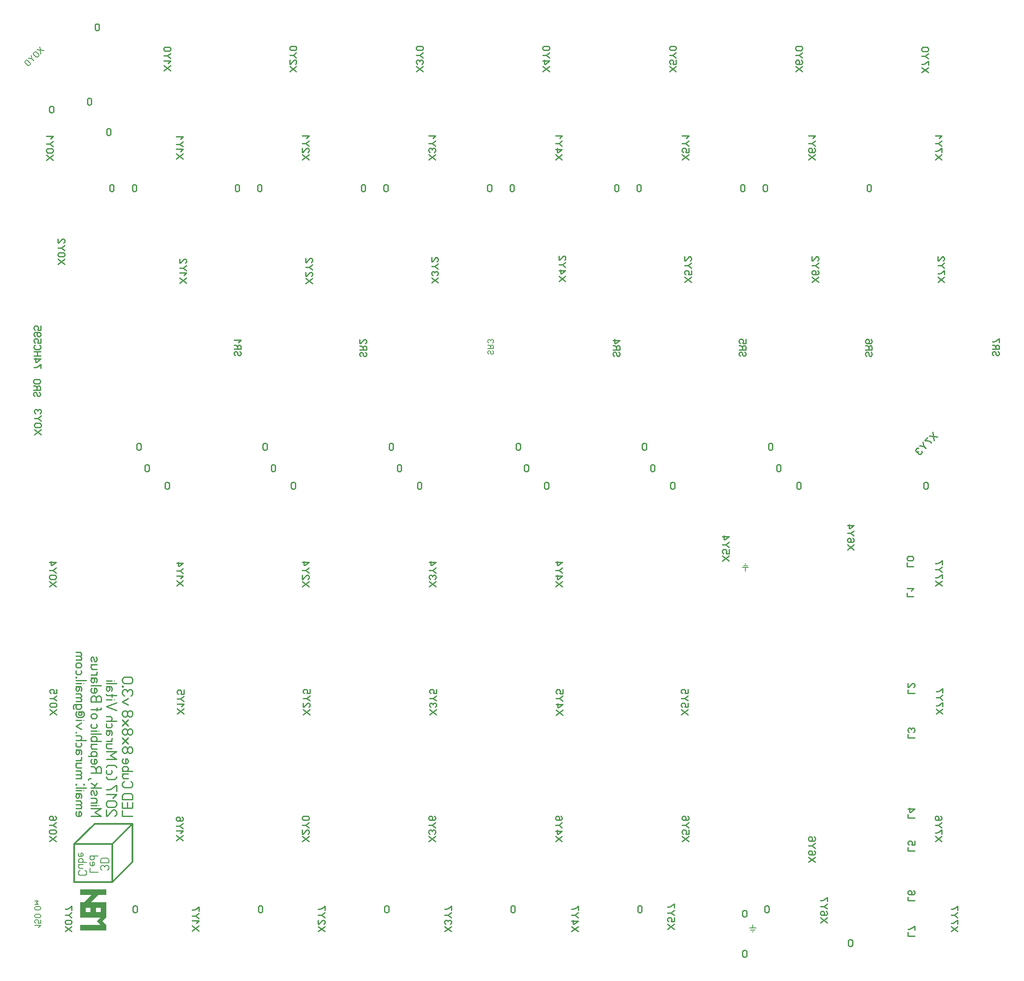
<source format=gbr>
%FSLAX34Y34*%
%MOMM*%
%LNSILK_TOP*%
G71*
G01*
%ADD10C, 0.26*%
%ADD11C, 0.21*%
%ADD12C, 0.24*%
%ADD13C, 0.00*%
%ADD14C, 0.20*%
%ADD15C, 0.30*%
%LPD*%
G54D10*
X229664Y-1641908D02*
X229664Y-1654175D01*
X230942Y-1654175D01*
X233498Y-1652642D01*
X241164Y-1643442D01*
X243720Y-1641908D01*
X246276Y-1641908D01*
X248831Y-1643442D01*
X250109Y-1646508D01*
X250109Y-1649575D01*
X248831Y-1652642D01*
X246276Y-1654175D01*
G54D10*
X246276Y-1624020D02*
X233498Y-1624020D01*
X230942Y-1625552D01*
X229664Y-1628620D01*
X229664Y-1631686D01*
X230942Y-1634752D01*
X233498Y-1636286D01*
X246276Y-1636286D01*
X248831Y-1634752D01*
X250109Y-1631686D01*
X250109Y-1628620D01*
X248831Y-1625552D01*
X246276Y-1624020D01*
G54D10*
X242442Y-1618397D02*
X250109Y-1610730D01*
X229664Y-1610730D01*
G54D10*
X250109Y-1605108D02*
X250109Y-1592842D01*
X247553Y-1594374D01*
X243720Y-1597442D01*
X238609Y-1600508D01*
X234776Y-1602042D01*
X229664Y-1602042D01*
G54D10*
X250109Y-1576690D02*
X248831Y-1579756D01*
X246276Y-1581290D01*
X233498Y-1581290D01*
X230942Y-1579756D01*
X229664Y-1576690D01*
G54D10*
X240398Y-1563402D02*
X241164Y-1566468D01*
X240398Y-1569534D01*
X237842Y-1571068D01*
X232731Y-1571068D01*
X230176Y-1569534D01*
X229664Y-1566468D01*
X230176Y-1563402D01*
G54D10*
X250109Y-1557779D02*
X248831Y-1554712D01*
X246276Y-1553179D01*
X233498Y-1553179D01*
X230942Y-1554712D01*
X229664Y-1557779D01*
G54D10*
X229664Y-1541628D02*
X250109Y-1541628D01*
X237331Y-1533962D01*
X250109Y-1526294D01*
X229664Y-1526294D01*
G54D10*
X241164Y-1511473D02*
X229664Y-1511473D01*
G54D10*
X232220Y-1511473D02*
X230176Y-1513006D01*
X229664Y-1516073D01*
X230176Y-1519140D01*
X232220Y-1520673D01*
X241164Y-1520673D01*
G54D10*
X229664Y-1505851D02*
X241164Y-1505851D01*
G54D10*
X238609Y-1505851D02*
X241164Y-1502784D01*
X241164Y-1499718D01*
G54D10*
X239887Y-1494096D02*
X241164Y-1491030D01*
X241164Y-1487350D01*
X238609Y-1484896D01*
X229664Y-1484896D01*
G54D10*
X233498Y-1484896D02*
X236053Y-1486430D01*
X236564Y-1489496D01*
X236053Y-1492562D01*
X233498Y-1494096D01*
X230942Y-1493482D01*
X229664Y-1491030D01*
X229664Y-1489496D01*
X229664Y-1488882D01*
X230942Y-1486430D01*
X233498Y-1484896D01*
G54D10*
X240398Y-1471608D02*
X241164Y-1474674D01*
X240398Y-1477740D01*
X237842Y-1479274D01*
X232731Y-1479274D01*
X230176Y-1477740D01*
X229664Y-1474674D01*
X230176Y-1471608D01*
G54D10*
X229664Y-1465985D02*
X250109Y-1465985D01*
G54D10*
X237842Y-1465985D02*
X240398Y-1464452D01*
X241164Y-1461385D01*
X240398Y-1458318D01*
X237842Y-1456785D01*
X229664Y-1456785D01*
G54D10*
X250109Y-1445234D02*
X229664Y-1437568D01*
X250109Y-1429900D01*
G54D10*
X229664Y-1424279D02*
X241164Y-1424279D01*
G54D10*
X244998Y-1424279D02*
X244998Y-1424279D01*
G54D10*
X250109Y-1415590D02*
X230942Y-1415590D01*
X229664Y-1414057D01*
X230176Y-1412524D01*
G54D10*
X241164Y-1418657D02*
X241164Y-1412524D01*
G54D10*
X239887Y-1406902D02*
X241164Y-1403835D01*
X241164Y-1400155D01*
X238609Y-1397702D01*
X229664Y-1397702D01*
G54D10*
X233498Y-1397702D02*
X236053Y-1399235D01*
X236564Y-1402302D01*
X236053Y-1405369D01*
X233498Y-1406902D01*
X230942Y-1406289D01*
X229664Y-1403835D01*
X229664Y-1402302D01*
X229664Y-1401689D01*
X230942Y-1399235D01*
X233498Y-1397702D01*
G54D10*
X229664Y-1392080D02*
X250109Y-1392080D01*
G54D10*
X229664Y-1386458D02*
X241164Y-1386458D01*
G54D10*
X244998Y-1386458D02*
X244998Y-1386458D01*
G54D11*
X95772Y-1874090D02*
X100105Y-1869756D01*
X88550Y-1869756D01*
G54D11*
X100105Y-1858780D02*
X100105Y-1865713D01*
X95050Y-1865713D01*
X95050Y-1864846D01*
X95772Y-1863113D01*
X95772Y-1861380D01*
X95050Y-1859646D01*
X93605Y-1858780D01*
X90716Y-1858780D01*
X89272Y-1859646D01*
X88550Y-1861380D01*
X88550Y-1863113D01*
X89272Y-1864846D01*
X90716Y-1865713D01*
G54D11*
X97938Y-1847802D02*
X90716Y-1847802D01*
X89272Y-1848670D01*
X88550Y-1850402D01*
X88550Y-1852136D01*
X89272Y-1853870D01*
X90716Y-1854736D01*
X97938Y-1854736D01*
X99383Y-1853870D01*
X100105Y-1852136D01*
X100105Y-1850402D01*
X99383Y-1848670D01*
X97938Y-1847802D01*
G54D11*
X97938Y-1832608D02*
X90716Y-1832608D01*
X89272Y-1833476D01*
X88550Y-1835208D01*
X88550Y-1836942D01*
X89272Y-1838676D01*
X90716Y-1839542D01*
X97938Y-1839542D01*
X99383Y-1838676D01*
X100105Y-1836942D01*
X100105Y-1835208D01*
X99383Y-1833476D01*
X97938Y-1832608D01*
G54D11*
X88550Y-1828565D02*
X95050Y-1828565D01*
X91438Y-1825098D01*
X95050Y-1821632D01*
X88550Y-1821632D01*
G54D12*
X1826675Y-1891045D02*
X1813341Y-1891045D01*
X1813341Y-1884045D01*
G54D12*
X1826675Y-1879378D02*
X1826675Y-1871378D01*
X1825008Y-1872378D01*
X1822508Y-1874378D01*
X1819175Y-1876378D01*
X1816675Y-1877378D01*
X1813341Y-1877378D01*
G54D12*
X1826674Y-1821076D02*
X1813341Y-1821076D01*
X1813341Y-1814076D01*
G54D12*
X1824174Y-1801408D02*
X1825841Y-1802408D01*
X1826674Y-1804408D01*
X1826674Y-1806408D01*
X1825841Y-1808408D01*
X1824174Y-1809408D01*
X1820008Y-1809408D01*
X1819174Y-1809408D01*
X1820841Y-1806408D01*
X1820841Y-1804408D01*
X1820008Y-1802408D01*
X1818341Y-1801408D01*
X1815841Y-1801408D01*
X1814174Y-1802408D01*
X1813341Y-1804408D01*
X1813341Y-1806408D01*
X1814174Y-1808408D01*
X1815841Y-1809408D01*
X1820008Y-1809408D01*
G54D12*
X1826674Y-1722664D02*
X1813341Y-1722664D01*
X1813341Y-1715664D01*
G54D12*
X1826674Y-1702996D02*
X1826674Y-1710996D01*
X1820841Y-1710996D01*
X1820841Y-1709996D01*
X1821674Y-1707996D01*
X1821674Y-1705996D01*
X1820841Y-1703996D01*
X1819174Y-1702996D01*
X1815841Y-1702996D01*
X1814174Y-1703996D01*
X1813341Y-1705996D01*
X1813341Y-1707996D01*
X1814174Y-1709996D01*
X1815841Y-1710996D01*
G54D12*
X1824428Y-1160256D02*
X1811095Y-1160256D01*
X1811095Y-1153256D01*
G54D12*
X1821928Y-1140588D02*
X1813595Y-1140588D01*
X1811928Y-1141588D01*
X1811095Y-1143588D01*
X1811095Y-1145588D01*
X1811928Y-1147588D01*
X1813595Y-1148588D01*
X1821928Y-1148588D01*
X1823595Y-1147588D01*
X1824428Y-1145588D01*
X1824428Y-1143588D01*
X1823595Y-1141588D01*
X1821928Y-1140588D01*
G54D12*
X1824459Y-1220276D02*
X1811126Y-1220276D01*
X1811126Y-1213276D01*
G54D12*
X1819459Y-1208609D02*
X1824459Y-1203609D01*
X1811126Y-1203609D01*
G54D12*
X1826674Y-1411076D02*
X1813341Y-1411076D01*
X1813341Y-1404076D01*
G54D12*
X1813341Y-1391408D02*
X1813341Y-1399408D01*
X1814174Y-1399408D01*
X1815841Y-1398408D01*
X1820841Y-1392408D01*
X1822508Y-1391408D01*
X1824174Y-1391408D01*
X1825841Y-1392408D01*
X1826674Y-1394408D01*
X1826674Y-1396408D01*
X1825841Y-1398408D01*
X1824174Y-1399408D01*
G54D12*
X1826674Y-1499650D02*
X1813341Y-1499650D01*
X1813341Y-1492650D01*
G54D12*
X1824174Y-1487984D02*
X1825841Y-1486984D01*
X1826674Y-1484984D01*
X1826674Y-1482984D01*
X1825841Y-1480984D01*
X1824174Y-1479984D01*
X1822508Y-1479984D01*
X1820841Y-1480984D01*
X1820008Y-1482984D01*
X1819174Y-1480984D01*
X1817508Y-1479984D01*
X1815841Y-1479984D01*
X1814174Y-1480984D01*
X1813341Y-1482984D01*
X1813341Y-1484984D01*
X1814174Y-1486984D01*
X1815841Y-1487984D01*
G54D12*
X1826674Y-1657868D02*
X1813341Y-1657868D01*
X1813341Y-1650868D01*
G54D12*
X1813341Y-1640201D02*
X1826674Y-1640201D01*
X1818341Y-1646201D01*
X1816674Y-1646201D01*
X1816674Y-1638201D01*
G54D12*
X99934Y-768988D02*
X99934Y-760988D01*
X98267Y-761988D01*
X95767Y-763988D01*
X92434Y-765988D01*
X89934Y-766988D01*
X86600Y-766988D01*
G54D12*
X86600Y-750320D02*
X99934Y-750320D01*
X91600Y-756320D01*
X89934Y-756320D01*
X89934Y-748320D01*
G54D12*
X86600Y-743654D02*
X99934Y-743654D01*
G54D12*
X86600Y-735654D02*
X99934Y-735654D01*
G54D12*
X93267Y-743654D02*
X93267Y-735654D01*
G54D12*
X89100Y-722986D02*
X87434Y-723986D01*
X86600Y-725986D01*
X86600Y-727986D01*
X87434Y-729986D01*
X89100Y-730986D01*
X97434Y-730986D01*
X99100Y-729986D01*
X99934Y-727986D01*
X99934Y-725986D01*
X99100Y-723986D01*
X97434Y-722986D01*
G54D12*
X99934Y-710320D02*
X99934Y-718320D01*
X94100Y-718320D01*
X94100Y-717320D01*
X94934Y-715320D01*
X94934Y-713320D01*
X94100Y-711320D01*
X92434Y-710320D01*
X89100Y-710320D01*
X87434Y-711320D01*
X86600Y-713320D01*
X86600Y-715320D01*
X87434Y-717320D01*
X89100Y-718320D01*
G54D12*
X89100Y-705652D02*
X87434Y-704652D01*
X86600Y-702652D01*
X86600Y-700652D01*
X87434Y-698652D01*
X89100Y-697652D01*
X93267Y-697652D01*
X94100Y-697652D01*
X92434Y-700652D01*
X92434Y-702652D01*
X93267Y-704652D01*
X94934Y-705652D01*
X97434Y-705652D01*
X99100Y-704652D01*
X99934Y-702652D01*
X99934Y-700652D01*
X99100Y-698652D01*
X97434Y-697652D01*
X93267Y-697652D01*
G54D12*
X99934Y-684986D02*
X99934Y-692986D01*
X94100Y-692986D01*
X94100Y-691986D01*
X94934Y-689986D01*
X94934Y-687986D01*
X94100Y-685986D01*
X92434Y-684986D01*
X89100Y-684986D01*
X87434Y-685986D01*
X86600Y-687986D01*
X86600Y-689986D01*
X87434Y-691986D01*
X89100Y-692986D01*
G54D12*
X88466Y-824013D02*
X86800Y-823013D01*
X85966Y-821013D01*
X85966Y-819013D01*
X86800Y-817013D01*
X88466Y-816013D01*
X90133Y-816013D01*
X91800Y-817013D01*
X92633Y-819013D01*
X92633Y-821013D01*
X93466Y-823013D01*
X95133Y-824013D01*
X96800Y-824013D01*
X98466Y-823013D01*
X99300Y-821013D01*
X99300Y-819013D01*
X98466Y-817013D01*
X96800Y-816013D01*
G54D12*
X92633Y-807346D02*
X90966Y-804346D01*
X89300Y-803346D01*
X85966Y-803346D01*
G54D12*
X85966Y-811346D02*
X99300Y-811346D01*
X99300Y-806346D01*
X98466Y-804346D01*
X96800Y-803346D01*
X95133Y-803346D01*
X93466Y-804346D01*
X92633Y-806346D01*
X92633Y-811346D01*
G54D12*
X96800Y-790679D02*
X88466Y-790679D01*
X86800Y-791679D01*
X85966Y-793679D01*
X85966Y-795679D01*
X86800Y-797679D01*
X88466Y-798679D01*
X96800Y-798679D01*
X98466Y-797679D01*
X99300Y-795679D01*
X99300Y-793679D01*
X98466Y-791679D01*
X96800Y-790679D01*
G54D12*
X1880420Y-1199054D02*
X1867086Y-1189054D01*
G54D12*
X1867086Y-1199054D02*
X1880420Y-1189054D01*
G54D12*
X1880420Y-1184387D02*
X1880420Y-1176387D01*
X1878753Y-1177387D01*
X1876253Y-1179387D01*
X1872920Y-1181387D01*
X1870420Y-1182387D01*
X1867086Y-1182387D01*
G54D12*
X1880420Y-1171720D02*
X1873753Y-1166720D01*
X1867086Y-1166720D01*
G54D12*
X1873753Y-1166720D02*
X1880420Y-1161720D01*
G54D12*
X1880420Y-1157053D02*
X1880420Y-1149053D01*
X1878753Y-1150053D01*
X1876253Y-1152053D01*
X1872920Y-1154053D01*
X1870420Y-1155053D01*
X1867086Y-1155053D01*
G54D11*
X98589Y-132500D02*
X100632Y-146799D01*
G54D11*
X106760Y-140670D02*
X92460Y-138628D01*
G54D11*
X86230Y-147922D02*
X91337Y-153029D01*
X92971Y-153438D01*
X94708Y-152723D01*
X95933Y-151497D01*
X96648Y-149761D01*
X96240Y-148126D01*
X91133Y-143020D01*
X89498Y-142611D01*
X87762Y-143326D01*
X86537Y-144552D01*
X85822Y-146288D01*
X86230Y-147922D01*
G54D11*
X81839Y-149250D02*
X82860Y-156399D01*
X86946Y-160485D01*
G54D11*
X82860Y-156399D02*
X75710Y-155378D01*
G54D11*
X69480Y-164672D02*
X74587Y-169779D01*
X76221Y-170188D01*
X77958Y-169473D01*
X79183Y-168247D01*
X79898Y-166511D01*
X79490Y-164876D01*
X74383Y-159770D01*
X72749Y-159361D01*
X71012Y-160076D01*
X69787Y-161302D01*
X69072Y-163038D01*
X69480Y-164672D01*
G54D12*
X356523Y-180243D02*
X343190Y-170243D01*
G54D12*
X343190Y-180243D02*
X356523Y-170243D01*
G54D12*
X351523Y-165576D02*
X356523Y-160576D01*
X343190Y-160576D01*
G54D12*
X356523Y-155909D02*
X349856Y-150909D01*
X343190Y-150909D01*
G54D12*
X349856Y-150909D02*
X356523Y-145909D01*
G54D12*
X354023Y-133242D02*
X345690Y-133242D01*
X344023Y-134242D01*
X343190Y-136242D01*
X343190Y-138242D01*
X344023Y-140242D01*
X345690Y-141242D01*
X354023Y-141242D01*
X355690Y-140242D01*
X356523Y-138242D01*
X356523Y-136242D01*
X355690Y-134242D01*
X354023Y-133242D01*
G54D12*
X605323Y-181744D02*
X591990Y-171744D01*
G54D12*
X591990Y-181744D02*
X605323Y-171744D01*
G54D12*
X591990Y-159077D02*
X591990Y-167077D01*
X592823Y-167077D01*
X594490Y-166077D01*
X599490Y-160077D01*
X601157Y-159077D01*
X602823Y-159077D01*
X604490Y-160077D01*
X605323Y-162077D01*
X605323Y-164077D01*
X604490Y-166077D01*
X602823Y-167077D01*
G54D12*
X605323Y-154410D02*
X598657Y-149410D01*
X591990Y-149410D01*
G54D12*
X598657Y-149410D02*
X605323Y-144410D01*
G54D12*
X602823Y-131743D02*
X594490Y-131743D01*
X592823Y-132743D01*
X591990Y-134743D01*
X591990Y-136743D01*
X592823Y-138743D01*
X594490Y-139743D01*
X602823Y-139743D01*
X604490Y-138743D01*
X605323Y-136743D01*
X605323Y-134743D01*
X604490Y-132743D01*
X602823Y-131743D01*
G54D12*
X855323Y-181744D02*
X841990Y-171744D01*
G54D12*
X841990Y-181744D02*
X855323Y-171744D01*
G54D12*
X852823Y-167077D02*
X854490Y-166077D01*
X855323Y-164077D01*
X855323Y-162077D01*
X854490Y-160077D01*
X852823Y-159077D01*
X851157Y-159077D01*
X849490Y-160077D01*
X848657Y-162077D01*
X847823Y-160077D01*
X846157Y-159077D01*
X844490Y-159077D01*
X842823Y-160077D01*
X841990Y-162077D01*
X841990Y-164077D01*
X842823Y-166077D01*
X844490Y-167077D01*
G54D12*
X855323Y-154410D02*
X848657Y-149410D01*
X841990Y-149410D01*
G54D12*
X848657Y-149410D02*
X855323Y-144410D01*
G54D12*
X852823Y-131743D02*
X844490Y-131743D01*
X842823Y-132743D01*
X841990Y-134743D01*
X841990Y-136743D01*
X842823Y-138743D01*
X844490Y-139743D01*
X852823Y-139743D01*
X854490Y-138743D01*
X855323Y-136743D01*
X855323Y-134743D01*
X854490Y-132743D01*
X852823Y-131743D01*
G54D12*
X1105324Y-181743D02*
X1091991Y-171743D01*
G54D12*
X1091991Y-181743D02*
X1105324Y-171743D01*
G54D12*
X1091991Y-161076D02*
X1105324Y-161076D01*
X1096991Y-167076D01*
X1095324Y-167076D01*
X1095324Y-159076D01*
G54D12*
X1105324Y-154409D02*
X1098658Y-149409D01*
X1091991Y-149409D01*
G54D12*
X1098658Y-149409D02*
X1105324Y-144409D01*
G54D12*
X1102824Y-131742D02*
X1094491Y-131742D01*
X1092824Y-132742D01*
X1091991Y-134742D01*
X1091991Y-136742D01*
X1092824Y-138742D01*
X1094491Y-139742D01*
X1102824Y-139742D01*
X1104491Y-138742D01*
X1105324Y-136742D01*
X1105324Y-134742D01*
X1104491Y-132742D01*
X1102824Y-131742D01*
G54D12*
X1355324Y-181743D02*
X1341991Y-171743D01*
G54D12*
X1341991Y-181743D02*
X1355324Y-171743D01*
G54D12*
X1355324Y-159076D02*
X1355324Y-167076D01*
X1349491Y-167076D01*
X1349491Y-166076D01*
X1350324Y-164076D01*
X1350324Y-162076D01*
X1349491Y-160076D01*
X1347824Y-159076D01*
X1344491Y-159076D01*
X1342824Y-160076D01*
X1341991Y-162076D01*
X1341991Y-164076D01*
X1342824Y-166076D01*
X1344491Y-167076D01*
G54D12*
X1355324Y-154409D02*
X1348658Y-149409D01*
X1341991Y-149409D01*
G54D12*
X1348658Y-149409D02*
X1355324Y-144409D01*
G54D12*
X1352824Y-131742D02*
X1344491Y-131742D01*
X1342824Y-132742D01*
X1341991Y-134742D01*
X1341991Y-136742D01*
X1342824Y-138742D01*
X1344491Y-139742D01*
X1352824Y-139742D01*
X1354491Y-138742D01*
X1355324Y-136742D01*
X1355324Y-134742D01*
X1354491Y-132742D01*
X1352824Y-131742D01*
G54D12*
X1604583Y-182052D02*
X1591250Y-172052D01*
G54D12*
X1591250Y-182052D02*
X1604583Y-172052D01*
G54D12*
X1602083Y-159384D02*
X1603750Y-160384D01*
X1604583Y-162384D01*
X1604583Y-164384D01*
X1603750Y-166384D01*
X1602083Y-167384D01*
X1597916Y-167384D01*
X1597083Y-167384D01*
X1598750Y-164384D01*
X1598750Y-162384D01*
X1597916Y-160384D01*
X1596250Y-159384D01*
X1593750Y-159384D01*
X1592083Y-160384D01*
X1591250Y-162384D01*
X1591250Y-164384D01*
X1592083Y-166384D01*
X1593750Y-167384D01*
X1597916Y-167384D01*
G54D12*
X1604583Y-154718D02*
X1597916Y-149718D01*
X1591250Y-149718D01*
G54D12*
X1597916Y-149718D02*
X1604583Y-144718D01*
G54D12*
X1602083Y-132050D02*
X1593750Y-132050D01*
X1592083Y-133050D01*
X1591250Y-135050D01*
X1591250Y-137050D01*
X1592083Y-139050D01*
X1593750Y-140050D01*
X1602083Y-140050D01*
X1603750Y-139050D01*
X1604583Y-137050D01*
X1604583Y-135050D01*
X1603750Y-133050D01*
X1602083Y-132050D01*
G54D12*
X1853843Y-183944D02*
X1840510Y-173944D01*
G54D12*
X1840510Y-183944D02*
X1853843Y-173944D01*
G54D12*
X1853843Y-169276D02*
X1853843Y-161276D01*
X1852176Y-162276D01*
X1849676Y-164276D01*
X1846343Y-166276D01*
X1843843Y-167276D01*
X1840510Y-167276D01*
G54D12*
X1853843Y-156610D02*
X1847176Y-151610D01*
X1840510Y-151610D01*
G54D12*
X1847176Y-151610D02*
X1853843Y-146610D01*
G54D12*
X1851343Y-133942D02*
X1843010Y-133942D01*
X1841343Y-134942D01*
X1840510Y-136942D01*
X1840510Y-138942D01*
X1841343Y-140942D01*
X1843010Y-141942D01*
X1851343Y-141942D01*
X1853010Y-140942D01*
X1853843Y-138942D01*
X1853843Y-136942D01*
X1853010Y-134942D01*
X1851343Y-133942D01*
G54D12*
X124664Y-357030D02*
X111330Y-347030D01*
G54D12*
X111330Y-357030D02*
X124664Y-347030D01*
G54D12*
X122164Y-334362D02*
X113830Y-334362D01*
X112164Y-335362D01*
X111330Y-337362D01*
X111330Y-339362D01*
X112164Y-341362D01*
X113830Y-342362D01*
X122164Y-342362D01*
X123830Y-341362D01*
X124664Y-339362D01*
X124664Y-337362D01*
X123830Y-335362D01*
X122164Y-334362D01*
G54D12*
X124664Y-329696D02*
X117997Y-324696D01*
X111330Y-324696D01*
G54D12*
X117997Y-324696D02*
X124664Y-319696D01*
G54D12*
X119664Y-315028D02*
X124664Y-310028D01*
X111330Y-310028D01*
G54D12*
X381426Y-354742D02*
X368093Y-344742D01*
G54D12*
X368093Y-354742D02*
X381426Y-344742D01*
G54D12*
X376426Y-340075D02*
X381426Y-335075D01*
X368093Y-335075D01*
G54D12*
X381426Y-330408D02*
X374760Y-325408D01*
X368093Y-325408D01*
G54D12*
X374760Y-325408D02*
X381426Y-320408D01*
G54D12*
X376426Y-315741D02*
X381426Y-310741D01*
X368093Y-310741D01*
G54D12*
X630226Y-356244D02*
X616893Y-346244D01*
G54D12*
X616893Y-356244D02*
X630226Y-346244D01*
G54D12*
X616893Y-333576D02*
X616893Y-341576D01*
X617726Y-341576D01*
X619393Y-340576D01*
X624393Y-334576D01*
X626060Y-333576D01*
X627726Y-333576D01*
X629393Y-334576D01*
X630226Y-336576D01*
X630226Y-338576D01*
X629393Y-340576D01*
X627726Y-341576D01*
G54D12*
X630226Y-328910D02*
X623560Y-323910D01*
X616893Y-323910D01*
G54D12*
X623560Y-323910D02*
X630226Y-318910D01*
G54D12*
X625226Y-314242D02*
X630226Y-309242D01*
X616893Y-309242D01*
G54D12*
X880226Y-356244D02*
X866893Y-346244D01*
G54D12*
X866893Y-356244D02*
X880226Y-346244D01*
G54D12*
X877726Y-341576D02*
X879393Y-340576D01*
X880226Y-338576D01*
X880226Y-336576D01*
X879393Y-334576D01*
X877726Y-333576D01*
X876060Y-333576D01*
X874393Y-334576D01*
X873560Y-336576D01*
X872726Y-334576D01*
X871060Y-333576D01*
X869393Y-333576D01*
X867726Y-334576D01*
X866893Y-336576D01*
X866893Y-338576D01*
X867726Y-340576D01*
X869393Y-341576D01*
G54D12*
X880226Y-328910D02*
X873560Y-323910D01*
X866893Y-323910D01*
G54D12*
X873560Y-323910D02*
X880226Y-318910D01*
G54D12*
X875226Y-314242D02*
X880226Y-309242D01*
X866893Y-309242D01*
G54D12*
X1130226Y-356244D02*
X1116892Y-346244D01*
G54D12*
X1116892Y-356244D02*
X1130226Y-346244D01*
G54D12*
X1116892Y-335576D02*
X1130226Y-335576D01*
X1121892Y-341576D01*
X1120226Y-341576D01*
X1120226Y-333576D01*
G54D12*
X1130226Y-328910D02*
X1123559Y-323910D01*
X1116892Y-323910D01*
G54D12*
X1123559Y-323910D02*
X1130226Y-318910D01*
G54D12*
X1125226Y-314242D02*
X1130226Y-309242D01*
X1116892Y-309242D01*
G54D12*
X1380226Y-356244D02*
X1366893Y-346244D01*
G54D12*
X1366893Y-356244D02*
X1380226Y-346244D01*
G54D12*
X1380226Y-333576D02*
X1380226Y-341576D01*
X1374393Y-341576D01*
X1374393Y-340576D01*
X1375226Y-338576D01*
X1375226Y-336576D01*
X1374393Y-334576D01*
X1372726Y-333576D01*
X1369393Y-333576D01*
X1367726Y-334576D01*
X1366893Y-336576D01*
X1366893Y-338576D01*
X1367726Y-340576D01*
X1369393Y-341576D01*
G54D12*
X1380226Y-328910D02*
X1373560Y-323910D01*
X1366893Y-323910D01*
G54D12*
X1373560Y-323910D02*
X1380226Y-318910D01*
G54D12*
X1375226Y-314242D02*
X1380226Y-309242D01*
X1366893Y-309242D01*
G54D12*
X1630211Y-356250D02*
X1616877Y-346250D01*
G54D12*
X1616877Y-356250D02*
X1630211Y-346250D01*
G54D12*
X1627711Y-333584D02*
X1629377Y-334584D01*
X1630211Y-336584D01*
X1630211Y-338584D01*
X1629377Y-340584D01*
X1627711Y-341584D01*
X1623544Y-341584D01*
X1622711Y-341584D01*
X1624377Y-338584D01*
X1624377Y-336584D01*
X1623544Y-334584D01*
X1621877Y-333584D01*
X1619377Y-333584D01*
X1617711Y-334584D01*
X1616877Y-336584D01*
X1616877Y-338584D01*
X1617711Y-340584D01*
X1619377Y-341584D01*
X1623544Y-341584D01*
G54D12*
X1630211Y-328916D02*
X1623544Y-323916D01*
X1616877Y-323916D01*
G54D12*
X1623544Y-323916D02*
X1630211Y-318916D01*
G54D12*
X1625211Y-314250D02*
X1630211Y-309250D01*
X1616877Y-309250D01*
G54D12*
X1880206Y-356247D02*
X1866873Y-346247D01*
G54D12*
X1866873Y-356247D02*
X1880206Y-346247D01*
G54D12*
X1880206Y-341580D02*
X1880206Y-333580D01*
X1878540Y-334580D01*
X1876040Y-336580D01*
X1872706Y-338580D01*
X1870206Y-339580D01*
X1866873Y-339580D01*
G54D12*
X1880206Y-328913D02*
X1873540Y-323913D01*
X1866873Y-323913D01*
G54D12*
X1873540Y-323913D02*
X1880206Y-318913D01*
G54D12*
X1875206Y-314246D02*
X1880206Y-309246D01*
X1866873Y-309246D01*
G54D12*
X147733Y-562682D02*
X134400Y-552682D01*
G54D12*
X134400Y-562682D02*
X147733Y-552682D01*
G54D12*
X145233Y-540015D02*
X136900Y-540015D01*
X135233Y-541015D01*
X134400Y-543015D01*
X134400Y-545015D01*
X135233Y-547015D01*
X136900Y-548015D01*
X145233Y-548015D01*
X146900Y-547015D01*
X147733Y-545015D01*
X147733Y-543015D01*
X146900Y-541015D01*
X145233Y-540015D01*
G54D12*
X147733Y-535348D02*
X141067Y-530348D01*
X134400Y-530348D01*
G54D12*
X141067Y-530348D02*
X147733Y-525348D01*
G54D12*
X134400Y-512681D02*
X134400Y-520681D01*
X135233Y-520681D01*
X136900Y-519681D01*
X141900Y-513681D01*
X143567Y-512681D01*
X145233Y-512681D01*
X146900Y-513681D01*
X147733Y-515681D01*
X147733Y-517681D01*
X146900Y-519681D01*
X145233Y-520681D01*
G54D12*
X388220Y-599682D02*
X374887Y-589682D01*
G54D12*
X374887Y-599682D02*
X388220Y-589682D01*
G54D12*
X383220Y-585015D02*
X388220Y-580015D01*
X374887Y-580015D01*
G54D12*
X388220Y-575348D02*
X381554Y-570348D01*
X374887Y-570348D01*
G54D12*
X381554Y-570348D02*
X388220Y-565348D01*
G54D12*
X374887Y-552681D02*
X374887Y-560681D01*
X375720Y-560681D01*
X377387Y-559681D01*
X382387Y-553681D01*
X384054Y-552681D01*
X385720Y-552681D01*
X387387Y-553681D01*
X388220Y-555681D01*
X388220Y-557681D01*
X387387Y-559681D01*
X385720Y-560681D01*
G54D12*
X637020Y-601183D02*
X623687Y-591183D01*
G54D12*
X623687Y-601183D02*
X637020Y-591183D01*
G54D12*
X623687Y-578516D02*
X623687Y-586516D01*
X624520Y-586516D01*
X626187Y-585516D01*
X631187Y-579516D01*
X632853Y-578516D01*
X634520Y-578516D01*
X636187Y-579516D01*
X637020Y-581516D01*
X637020Y-583516D01*
X636187Y-585516D01*
X634520Y-586516D01*
G54D12*
X637020Y-573849D02*
X630353Y-568849D01*
X623687Y-568849D01*
G54D12*
X630353Y-568849D02*
X637020Y-563849D01*
G54D12*
X623687Y-551182D02*
X623687Y-559182D01*
X624520Y-559182D01*
X626187Y-558182D01*
X631187Y-552182D01*
X632853Y-551182D01*
X634520Y-551182D01*
X636187Y-552182D01*
X637020Y-554182D01*
X637020Y-556182D01*
X636187Y-558182D01*
X634520Y-559182D01*
G54D12*
X885432Y-599596D02*
X872099Y-589596D01*
G54D12*
X872099Y-599596D02*
X885432Y-589596D01*
G54D12*
X882932Y-584928D02*
X884599Y-583928D01*
X885432Y-581928D01*
X885432Y-579928D01*
X884599Y-577928D01*
X882932Y-576928D01*
X881266Y-576928D01*
X879599Y-577928D01*
X878766Y-579928D01*
X877932Y-577928D01*
X876266Y-576928D01*
X874599Y-576928D01*
X872932Y-577928D01*
X872099Y-579928D01*
X872099Y-581928D01*
X872932Y-583928D01*
X874599Y-584928D01*
G54D12*
X885432Y-572262D02*
X878766Y-567262D01*
X872099Y-567262D01*
G54D12*
X878766Y-567262D02*
X885432Y-562262D01*
G54D12*
X872099Y-549594D02*
X872099Y-557594D01*
X872932Y-557594D01*
X874599Y-556594D01*
X879599Y-550594D01*
X881266Y-549594D01*
X882932Y-549594D01*
X884599Y-550594D01*
X885432Y-552594D01*
X885432Y-554594D01*
X884599Y-556594D01*
X882932Y-557594D01*
G54D12*
X1137020Y-596420D02*
X1123687Y-586420D01*
G54D12*
X1123687Y-596420D02*
X1137020Y-586420D01*
G54D12*
X1123687Y-575754D02*
X1137020Y-575754D01*
X1128687Y-581754D01*
X1127020Y-581754D01*
X1127020Y-573754D01*
G54D12*
X1137020Y-569086D02*
X1130353Y-564086D01*
X1123687Y-564086D01*
G54D12*
X1130353Y-564086D02*
X1137020Y-559086D01*
G54D12*
X1123687Y-546420D02*
X1123687Y-554420D01*
X1124520Y-554420D01*
X1126187Y-553420D01*
X1131187Y-547420D01*
X1132853Y-546420D01*
X1134520Y-546420D01*
X1136187Y-547420D01*
X1137020Y-549420D01*
X1137020Y-551420D01*
X1136187Y-553420D01*
X1134520Y-554420D01*
G54D12*
X1385432Y-598008D02*
X1372099Y-588008D01*
G54D12*
X1372099Y-598008D02*
X1385432Y-588008D01*
G54D12*
X1385432Y-575341D02*
X1385432Y-583341D01*
X1379599Y-583341D01*
X1379599Y-582341D01*
X1380432Y-580341D01*
X1380432Y-578341D01*
X1379599Y-576341D01*
X1377932Y-575341D01*
X1374599Y-575341D01*
X1372932Y-576341D01*
X1372099Y-578341D01*
X1372099Y-580341D01*
X1372932Y-582341D01*
X1374599Y-583341D01*
G54D12*
X1385432Y-570674D02*
X1378766Y-565674D01*
X1372099Y-565674D01*
G54D12*
X1378766Y-565674D02*
X1385432Y-560674D01*
G54D12*
X1372099Y-548007D02*
X1372099Y-556007D01*
X1372932Y-556007D01*
X1374599Y-555007D01*
X1379599Y-549007D01*
X1381266Y-548007D01*
X1382932Y-548007D01*
X1384599Y-549007D01*
X1385432Y-551007D01*
X1385432Y-553007D01*
X1384599Y-555007D01*
X1382932Y-556007D01*
G54D12*
X1637020Y-598008D02*
X1623687Y-588008D01*
G54D12*
X1623687Y-598008D02*
X1637020Y-588008D01*
G54D12*
X1634520Y-575341D02*
X1636187Y-576341D01*
X1637020Y-578341D01*
X1637020Y-580341D01*
X1636187Y-582341D01*
X1634520Y-583341D01*
X1630353Y-583341D01*
X1629520Y-583341D01*
X1631187Y-580341D01*
X1631187Y-578341D01*
X1630353Y-576341D01*
X1628687Y-575341D01*
X1626187Y-575341D01*
X1624520Y-576341D01*
X1623687Y-578341D01*
X1623687Y-580341D01*
X1624520Y-582341D01*
X1626187Y-583341D01*
X1630353Y-583341D01*
G54D12*
X1637020Y-570674D02*
X1630353Y-565674D01*
X1623687Y-565674D01*
G54D12*
X1630353Y-565674D02*
X1637020Y-560674D01*
G54D12*
X1623687Y-548007D02*
X1623687Y-556007D01*
X1624520Y-556007D01*
X1626187Y-555007D01*
X1631187Y-549007D01*
X1632853Y-548007D01*
X1634520Y-548007D01*
X1636187Y-549007D01*
X1637020Y-551007D01*
X1637020Y-553007D01*
X1636187Y-555007D01*
X1634520Y-556007D01*
G54D12*
X1885432Y-598008D02*
X1872099Y-588008D01*
G54D12*
X1872099Y-598008D02*
X1885432Y-588008D01*
G54D12*
X1885432Y-583341D02*
X1885432Y-575341D01*
X1883766Y-576341D01*
X1881266Y-578341D01*
X1877932Y-580341D01*
X1875432Y-581341D01*
X1872099Y-581341D01*
G54D12*
X1885432Y-570674D02*
X1878766Y-565674D01*
X1872099Y-565674D01*
G54D12*
X1878766Y-565674D02*
X1885432Y-560674D01*
G54D12*
X1872099Y-548007D02*
X1872099Y-556007D01*
X1872932Y-556007D01*
X1874599Y-555007D01*
X1879599Y-549007D01*
X1881266Y-548007D01*
X1882932Y-548007D01*
X1884599Y-549007D01*
X1885432Y-551007D01*
X1885432Y-553007D01*
X1884599Y-555007D01*
X1882932Y-556007D01*
G54D12*
X100956Y-899923D02*
X87622Y-889923D01*
G54D12*
X87622Y-899923D02*
X100956Y-889923D01*
G54D12*
X98456Y-877256D02*
X90122Y-877256D01*
X88456Y-878256D01*
X87622Y-880256D01*
X87622Y-882256D01*
X88456Y-884256D01*
X90122Y-885256D01*
X98456Y-885256D01*
X100122Y-884256D01*
X100956Y-882256D01*
X100956Y-880256D01*
X100122Y-878256D01*
X98456Y-877256D01*
G54D12*
X100956Y-872589D02*
X94289Y-867589D01*
X87622Y-867589D01*
G54D12*
X94289Y-867589D02*
X100956Y-862589D01*
G54D12*
X98456Y-857922D02*
X100122Y-856922D01*
X100956Y-854922D01*
X100956Y-852922D01*
X100122Y-850922D01*
X98456Y-849922D01*
X96789Y-849922D01*
X95122Y-850922D01*
X94289Y-852922D01*
X93456Y-850922D01*
X91789Y-849922D01*
X90122Y-849922D01*
X88456Y-850922D01*
X87622Y-852922D01*
X87622Y-854922D01*
X88456Y-856922D01*
X90122Y-857922D01*
G54D12*
X1862323Y-895039D02*
X1864680Y-911538D01*
G54D12*
X1871751Y-904467D02*
X1855252Y-902110D01*
G54D12*
X1851952Y-905410D02*
X1846295Y-911067D01*
X1848180Y-911538D01*
X1851362Y-911892D01*
X1855134Y-912834D01*
X1857608Y-913895D01*
X1859965Y-916252D01*
G54D12*
X1842995Y-914367D02*
X1844173Y-922616D01*
X1848887Y-927330D01*
G54D12*
X1844173Y-922616D02*
X1835924Y-921438D01*
G54D12*
X1834391Y-926506D02*
X1832506Y-926034D01*
X1830502Y-926860D01*
X1829088Y-928274D01*
X1828263Y-930277D01*
X1828734Y-932163D01*
X1829913Y-933341D01*
X1831798Y-933812D01*
X1833802Y-932988D01*
X1832977Y-934991D01*
X1833448Y-936877D01*
X1834627Y-938055D01*
X1836513Y-938526D01*
X1838516Y-937702D01*
X1839930Y-936288D01*
X1840755Y-934284D01*
X1840284Y-932398D01*
G54D12*
X130508Y-1200257D02*
X117174Y-1190257D01*
G54D12*
X117174Y-1200257D02*
X130508Y-1190257D01*
G54D12*
X128008Y-1177590D02*
X119674Y-1177590D01*
X118008Y-1178590D01*
X117174Y-1180590D01*
X117174Y-1182590D01*
X118008Y-1184590D01*
X119674Y-1185590D01*
X128008Y-1185590D01*
X129674Y-1184590D01*
X130508Y-1182590D01*
X130508Y-1180590D01*
X129674Y-1178590D01*
X128008Y-1177590D01*
G54D12*
X130508Y-1172923D02*
X123841Y-1167923D01*
X117174Y-1167923D01*
G54D12*
X123841Y-1167923D02*
X130508Y-1162923D01*
G54D12*
X117174Y-1152256D02*
X130508Y-1152256D01*
X122174Y-1158256D01*
X120508Y-1158256D01*
X120508Y-1150256D01*
G54D12*
X381707Y-1198757D02*
X368374Y-1188757D01*
G54D12*
X368374Y-1198757D02*
X381707Y-1188757D01*
G54D12*
X376707Y-1184090D02*
X381707Y-1179090D01*
X368374Y-1179090D01*
G54D12*
X381707Y-1174423D02*
X375041Y-1169423D01*
X368374Y-1169423D01*
G54D12*
X375041Y-1169423D02*
X381707Y-1164423D01*
G54D12*
X368374Y-1153756D02*
X381707Y-1153756D01*
X373374Y-1159756D01*
X371707Y-1159756D01*
X371707Y-1151756D01*
G54D12*
X630508Y-1200257D02*
X617174Y-1190257D01*
G54D12*
X617174Y-1200257D02*
X630508Y-1190257D01*
G54D12*
X617174Y-1177590D02*
X617174Y-1185590D01*
X618008Y-1185590D01*
X619674Y-1184590D01*
X624674Y-1178590D01*
X626341Y-1177590D01*
X628008Y-1177590D01*
X629674Y-1178590D01*
X630508Y-1180590D01*
X630508Y-1182590D01*
X629674Y-1184590D01*
X628008Y-1185590D01*
G54D12*
X630508Y-1172923D02*
X623841Y-1167923D01*
X617174Y-1167923D01*
G54D12*
X623841Y-1167923D02*
X630508Y-1162923D01*
G54D12*
X617174Y-1152256D02*
X630508Y-1152256D01*
X622174Y-1158256D01*
X620508Y-1158256D01*
X620508Y-1150256D01*
G54D12*
X880508Y-1200257D02*
X867174Y-1190257D01*
G54D12*
X867174Y-1200257D02*
X880508Y-1190257D01*
G54D12*
X878008Y-1185590D02*
X879674Y-1184590D01*
X880508Y-1182590D01*
X880508Y-1180590D01*
X879674Y-1178590D01*
X878008Y-1177590D01*
X876341Y-1177590D01*
X874674Y-1178590D01*
X873841Y-1180590D01*
X873008Y-1178590D01*
X871341Y-1177590D01*
X869674Y-1177590D01*
X868008Y-1178590D01*
X867174Y-1180590D01*
X867174Y-1182590D01*
X868008Y-1184590D01*
X869674Y-1185590D01*
G54D12*
X880508Y-1172923D02*
X873841Y-1167923D01*
X867174Y-1167923D01*
G54D12*
X873841Y-1167923D02*
X880508Y-1162923D01*
G54D12*
X867174Y-1152256D02*
X880508Y-1152256D01*
X872174Y-1158256D01*
X870508Y-1158256D01*
X870508Y-1150256D01*
G54D12*
X1130507Y-1200257D02*
X1117174Y-1190257D01*
G54D12*
X1117174Y-1200257D02*
X1130507Y-1190257D01*
G54D12*
X1117174Y-1179590D02*
X1130507Y-1179590D01*
X1122174Y-1185590D01*
X1120507Y-1185590D01*
X1120507Y-1177590D01*
G54D12*
X1130507Y-1172923D02*
X1123841Y-1167923D01*
X1117174Y-1167923D01*
G54D12*
X1123841Y-1167923D02*
X1130507Y-1162923D01*
G54D12*
X1117174Y-1152256D02*
X1130507Y-1152256D01*
X1122174Y-1158256D01*
X1120507Y-1158256D01*
X1120507Y-1150256D01*
G54D12*
X1459883Y-1149457D02*
X1446550Y-1139457D01*
G54D12*
X1446550Y-1149457D02*
X1459883Y-1139457D01*
G54D12*
X1459883Y-1126790D02*
X1459883Y-1134790D01*
X1454050Y-1134790D01*
X1454050Y-1133790D01*
X1454883Y-1131790D01*
X1454883Y-1129790D01*
X1454050Y-1127790D01*
X1452383Y-1126790D01*
X1449050Y-1126790D01*
X1447383Y-1127790D01*
X1446550Y-1129790D01*
X1446550Y-1131790D01*
X1447383Y-1133790D01*
X1449050Y-1134790D01*
G54D12*
X1459883Y-1122123D02*
X1453216Y-1117123D01*
X1446550Y-1117123D01*
G54D12*
X1453216Y-1117123D02*
X1459883Y-1112123D01*
G54D12*
X1446550Y-1101456D02*
X1459883Y-1101456D01*
X1451550Y-1107456D01*
X1449883Y-1107456D01*
X1449883Y-1099456D01*
G54D12*
X1706708Y-1127232D02*
X1693374Y-1117232D01*
G54D12*
X1693374Y-1127232D02*
X1706708Y-1117232D01*
G54D12*
X1704208Y-1104565D02*
X1705874Y-1105565D01*
X1706708Y-1107565D01*
X1706708Y-1109565D01*
X1705874Y-1111565D01*
X1704208Y-1112565D01*
X1700041Y-1112565D01*
X1699208Y-1112565D01*
X1700874Y-1109565D01*
X1700874Y-1107565D01*
X1700041Y-1105565D01*
X1698374Y-1104565D01*
X1695874Y-1104565D01*
X1694208Y-1105565D01*
X1693374Y-1107565D01*
X1693374Y-1109565D01*
X1694208Y-1111565D01*
X1695874Y-1112565D01*
X1700041Y-1112565D01*
G54D12*
X1706708Y-1099898D02*
X1700041Y-1094898D01*
X1693374Y-1094898D01*
G54D12*
X1700041Y-1094898D02*
X1706708Y-1089898D01*
G54D12*
X1693374Y-1079231D02*
X1706708Y-1079231D01*
X1698374Y-1085231D01*
X1696708Y-1085231D01*
X1696708Y-1077231D01*
G54D12*
X131590Y-1453324D02*
X118256Y-1443324D01*
G54D12*
X118257Y-1453324D02*
X131590Y-1443324D01*
G54D12*
X129090Y-1430658D02*
X120757Y-1430658D01*
X119090Y-1431658D01*
X118256Y-1433658D01*
X118257Y-1435658D01*
X119090Y-1437658D01*
X120756Y-1438658D01*
X129090Y-1438658D01*
X130756Y-1437658D01*
X131590Y-1435658D01*
X131590Y-1433658D01*
X130757Y-1431658D01*
X129090Y-1430658D01*
G54D12*
X131590Y-1425990D02*
X124923Y-1420990D01*
X118257Y-1420990D01*
G54D12*
X124923Y-1420990D02*
X131590Y-1415990D01*
G54D12*
X131590Y-1403324D02*
X131590Y-1411324D01*
X125757Y-1411324D01*
X125757Y-1410324D01*
X126590Y-1408324D01*
X126590Y-1406324D01*
X125757Y-1404324D01*
X124090Y-1403324D01*
X120756Y-1403324D01*
X119090Y-1404324D01*
X118257Y-1406324D01*
X118256Y-1408324D01*
X119090Y-1410324D01*
X120757Y-1411324D01*
G54D12*
X382790Y-1451824D02*
X369457Y-1441824D01*
G54D12*
X369457Y-1451824D02*
X382790Y-1441824D01*
G54D12*
X377790Y-1437158D02*
X382790Y-1432158D01*
X369457Y-1432158D01*
G54D12*
X382790Y-1427490D02*
X376124Y-1422490D01*
X369457Y-1422490D01*
G54D12*
X376124Y-1422490D02*
X382790Y-1417490D01*
G54D12*
X382790Y-1404824D02*
X382790Y-1412824D01*
X376957Y-1412824D01*
X376957Y-1411824D01*
X377790Y-1409824D01*
X377790Y-1407824D01*
X376957Y-1405824D01*
X375290Y-1404824D01*
X371957Y-1404824D01*
X370290Y-1405824D01*
X369457Y-1407824D01*
X369457Y-1409824D01*
X370290Y-1411824D01*
X371957Y-1412824D01*
G54D12*
X631590Y-1453324D02*
X618256Y-1443324D01*
G54D12*
X618256Y-1453324D02*
X631590Y-1443324D01*
G54D12*
X618256Y-1430658D02*
X618256Y-1438658D01*
X619090Y-1438658D01*
X620756Y-1437658D01*
X625756Y-1431658D01*
X627423Y-1430658D01*
X629090Y-1430658D01*
X630757Y-1431658D01*
X631590Y-1433658D01*
X631590Y-1435658D01*
X630756Y-1437658D01*
X629090Y-1438658D01*
G54D12*
X631590Y-1425990D02*
X624923Y-1420990D01*
X618257Y-1420990D01*
G54D12*
X624923Y-1420990D02*
X631590Y-1415990D01*
G54D12*
X631590Y-1403324D02*
X631590Y-1411324D01*
X625756Y-1411324D01*
X625756Y-1410324D01*
X626590Y-1408324D01*
X626590Y-1406324D01*
X625756Y-1404324D01*
X624090Y-1403324D01*
X620756Y-1403324D01*
X619090Y-1404324D01*
X618257Y-1406324D01*
X618256Y-1408324D01*
X619090Y-1410324D01*
X620756Y-1411324D01*
G54D12*
X881590Y-1453324D02*
X868256Y-1443324D01*
G54D12*
X868256Y-1453324D02*
X881590Y-1443324D01*
G54D12*
X879090Y-1438658D02*
X880756Y-1437658D01*
X881590Y-1435658D01*
X881590Y-1433658D01*
X880757Y-1431658D01*
X879090Y-1430658D01*
X877423Y-1430658D01*
X875756Y-1431658D01*
X874923Y-1433658D01*
X874090Y-1431658D01*
X872423Y-1430658D01*
X870756Y-1430658D01*
X869090Y-1431658D01*
X868256Y-1433658D01*
X868257Y-1435658D01*
X869090Y-1437658D01*
X870756Y-1438658D01*
G54D12*
X881590Y-1425990D02*
X874923Y-1420990D01*
X868257Y-1420990D01*
G54D12*
X874923Y-1420990D02*
X881590Y-1415990D01*
G54D12*
X881590Y-1403324D02*
X881590Y-1411324D01*
X875756Y-1411324D01*
X875756Y-1410324D01*
X876590Y-1408324D01*
X876590Y-1406324D01*
X875756Y-1404324D01*
X874090Y-1403324D01*
X870756Y-1403324D01*
X869090Y-1404324D01*
X868257Y-1406324D01*
X868256Y-1408324D01*
X869090Y-1410324D01*
X870756Y-1411324D01*
G54D12*
X1131306Y-1453976D02*
X1117973Y-1443976D01*
G54D12*
X1117973Y-1453976D02*
X1131306Y-1443976D01*
G54D12*
X1117973Y-1433310D02*
X1131306Y-1433310D01*
X1122973Y-1439309D01*
X1121306Y-1439309D01*
X1121306Y-1431310D01*
G54D12*
X1131306Y-1426642D02*
X1124640Y-1421642D01*
X1117973Y-1421642D01*
G54D12*
X1124640Y-1421642D02*
X1131306Y-1416642D01*
G54D12*
X1131306Y-1403976D02*
X1131306Y-1411975D01*
X1125473Y-1411975D01*
X1125473Y-1410976D01*
X1126306Y-1408976D01*
X1126306Y-1406976D01*
X1125473Y-1404976D01*
X1123806Y-1403976D01*
X1120473Y-1403975D01*
X1118806Y-1404975D01*
X1117973Y-1406976D01*
X1117973Y-1408976D01*
X1118806Y-1410975D01*
X1120473Y-1411975D01*
G54D12*
X1378415Y-1453324D02*
X1365082Y-1443324D01*
G54D12*
X1365082Y-1453324D02*
X1378415Y-1443324D01*
G54D12*
X1378415Y-1430658D02*
X1378415Y-1438658D01*
X1372582Y-1438658D01*
X1372582Y-1437658D01*
X1373415Y-1435658D01*
X1373415Y-1433658D01*
X1372582Y-1431658D01*
X1370915Y-1430658D01*
X1367582Y-1430658D01*
X1365915Y-1431658D01*
X1365082Y-1433658D01*
X1365082Y-1435658D01*
X1365915Y-1437658D01*
X1367582Y-1438658D01*
G54D12*
X1378415Y-1425990D02*
X1371748Y-1420990D01*
X1365082Y-1420990D01*
G54D12*
X1371748Y-1420990D02*
X1378415Y-1415990D01*
G54D12*
X1378415Y-1403324D02*
X1378415Y-1411324D01*
X1372582Y-1411324D01*
X1372582Y-1410324D01*
X1373415Y-1408324D01*
X1373415Y-1406324D01*
X1372582Y-1404324D01*
X1370915Y-1403324D01*
X1367582Y-1403324D01*
X1365915Y-1404324D01*
X1365082Y-1406324D01*
X1365082Y-1408324D01*
X1365915Y-1410324D01*
X1367582Y-1411324D01*
G54D12*
X130859Y-1703914D02*
X117526Y-1693914D01*
G54D12*
X117526Y-1703914D02*
X130859Y-1693914D01*
G54D12*
X128359Y-1681246D02*
X120026Y-1681247D01*
X118359Y-1682247D01*
X117526Y-1684247D01*
X117526Y-1686246D01*
X118359Y-1688247D01*
X120026Y-1689247D01*
X128359Y-1689247D01*
X130026Y-1688247D01*
X130859Y-1686247D01*
X130859Y-1684247D01*
X130026Y-1682246D01*
X128359Y-1681246D01*
G54D12*
X130859Y-1676580D02*
X124192Y-1671580D01*
X117526Y-1671580D01*
G54D12*
X124192Y-1671580D02*
X130859Y-1666580D01*
G54D12*
X128359Y-1653913D02*
X130026Y-1654913D01*
X130859Y-1656912D01*
X130859Y-1658913D01*
X130026Y-1660913D01*
X128359Y-1661913D01*
X124192Y-1661912D01*
X123359Y-1661913D01*
X125026Y-1658913D01*
X125026Y-1656913D01*
X124192Y-1654912D01*
X122526Y-1653912D01*
X120026Y-1653913D01*
X118359Y-1654912D01*
X117526Y-1656913D01*
X117526Y-1658913D01*
X118359Y-1660912D01*
X120026Y-1661912D01*
X124192Y-1661912D01*
G54D12*
X381402Y-1702686D02*
X368069Y-1692686D01*
G54D12*
X368069Y-1702686D02*
X381402Y-1692686D01*
G54D12*
X376402Y-1688018D02*
X381402Y-1683018D01*
X368069Y-1683018D01*
G54D12*
X381402Y-1678352D02*
X374736Y-1673352D01*
X368069Y-1673352D01*
G54D12*
X374736Y-1673352D02*
X381402Y-1668352D01*
G54D12*
X378902Y-1655684D02*
X380569Y-1656684D01*
X381402Y-1658684D01*
X381402Y-1660684D01*
X380569Y-1662684D01*
X378902Y-1663684D01*
X374736Y-1663684D01*
X373902Y-1663684D01*
X375569Y-1660684D01*
X375569Y-1658684D01*
X374736Y-1656684D01*
X373069Y-1655684D01*
X370569Y-1655684D01*
X368902Y-1656684D01*
X368069Y-1658684D01*
X368069Y-1660684D01*
X368902Y-1662684D01*
X370569Y-1663684D01*
X374736Y-1663684D01*
G54D12*
X630202Y-1704186D02*
X616869Y-1694186D01*
G54D12*
X616869Y-1704186D02*
X630202Y-1694186D01*
G54D12*
X616869Y-1681518D02*
X616869Y-1689518D01*
X617702Y-1689518D01*
X619369Y-1688518D01*
X624369Y-1682518D01*
X626036Y-1681518D01*
X627702Y-1681518D01*
X629369Y-1682518D01*
X630202Y-1684518D01*
X630202Y-1686518D01*
X629369Y-1688518D01*
X627702Y-1689518D01*
G54D12*
X630202Y-1676852D02*
X623536Y-1671852D01*
X616869Y-1671852D01*
G54D12*
X623536Y-1671852D02*
X630202Y-1666852D01*
G54D12*
X627702Y-1654184D02*
X619369Y-1654184D01*
X617702Y-1655184D01*
X616869Y-1657184D01*
X616869Y-1659184D01*
X617702Y-1661184D01*
X619369Y-1662184D01*
X627702Y-1662184D01*
X629369Y-1661184D01*
X630202Y-1659184D01*
X630202Y-1657184D01*
X629369Y-1655184D01*
X627702Y-1654184D01*
G54D12*
X880202Y-1704186D02*
X866869Y-1694186D01*
G54D12*
X866869Y-1704186D02*
X880202Y-1694186D01*
G54D12*
X877702Y-1689518D02*
X879369Y-1688518D01*
X880202Y-1686518D01*
X880202Y-1684518D01*
X879369Y-1682518D01*
X877702Y-1681518D01*
X876036Y-1681518D01*
X874369Y-1682518D01*
X873536Y-1684518D01*
X872702Y-1682518D01*
X871036Y-1681518D01*
X869369Y-1681518D01*
X867702Y-1682518D01*
X866869Y-1684518D01*
X866869Y-1686518D01*
X867702Y-1688518D01*
X869369Y-1689518D01*
G54D12*
X880202Y-1676852D02*
X873536Y-1671852D01*
X866869Y-1671852D01*
G54D12*
X873536Y-1671852D02*
X880202Y-1666852D01*
G54D12*
X877702Y-1654184D02*
X879369Y-1655184D01*
X880202Y-1657184D01*
X880202Y-1659184D01*
X879369Y-1661184D01*
X877702Y-1662184D01*
X873536Y-1662184D01*
X872702Y-1662184D01*
X874369Y-1659184D01*
X874369Y-1657184D01*
X873536Y-1655184D01*
X871869Y-1654184D01*
X869369Y-1654184D01*
X867702Y-1655184D01*
X866869Y-1657184D01*
X866869Y-1659184D01*
X867702Y-1661184D01*
X869369Y-1662184D01*
X873536Y-1662184D01*
G54D12*
X1130202Y-1704186D02*
X1116869Y-1694186D01*
G54D12*
X1116869Y-1704186D02*
X1130202Y-1694186D01*
G54D12*
X1116869Y-1683518D02*
X1130202Y-1683518D01*
X1121869Y-1689518D01*
X1120202Y-1689518D01*
X1120202Y-1681518D01*
G54D12*
X1130202Y-1676852D02*
X1123536Y-1671852D01*
X1116869Y-1671852D01*
G54D12*
X1123536Y-1671852D02*
X1130202Y-1666852D01*
G54D12*
X1127702Y-1654184D02*
X1129369Y-1655184D01*
X1130202Y-1657184D01*
X1130202Y-1659184D01*
X1129369Y-1661184D01*
X1127702Y-1662184D01*
X1123536Y-1662184D01*
X1122702Y-1662184D01*
X1124369Y-1659184D01*
X1124369Y-1657184D01*
X1123536Y-1655184D01*
X1121869Y-1654184D01*
X1119369Y-1654184D01*
X1117702Y-1655184D01*
X1116869Y-1657184D01*
X1116869Y-1659184D01*
X1117702Y-1661184D01*
X1119369Y-1662184D01*
X1123536Y-1662184D01*
G54D12*
X1380202Y-1704186D02*
X1366869Y-1694186D01*
G54D12*
X1366869Y-1704186D02*
X1380202Y-1694186D01*
G54D12*
X1380202Y-1681518D02*
X1380202Y-1689518D01*
X1374369Y-1689518D01*
X1374369Y-1688518D01*
X1375202Y-1686518D01*
X1375202Y-1684518D01*
X1374369Y-1682518D01*
X1372702Y-1681518D01*
X1369369Y-1681518D01*
X1367702Y-1682518D01*
X1366869Y-1684518D01*
X1366869Y-1686518D01*
X1367702Y-1688518D01*
X1369369Y-1689518D01*
G54D12*
X1380202Y-1676852D02*
X1373536Y-1671852D01*
X1366869Y-1671852D01*
G54D12*
X1373536Y-1671852D02*
X1380202Y-1666852D01*
G54D12*
X1377702Y-1654184D02*
X1379369Y-1655184D01*
X1380202Y-1657184D01*
X1380202Y-1659184D01*
X1379369Y-1661184D01*
X1377702Y-1662184D01*
X1373536Y-1662184D01*
X1372702Y-1662184D01*
X1374369Y-1659184D01*
X1374369Y-1657184D01*
X1373536Y-1655184D01*
X1371869Y-1654184D01*
X1369369Y-1654184D01*
X1367702Y-1655184D01*
X1366869Y-1657184D01*
X1366869Y-1659184D01*
X1367702Y-1661184D01*
X1369369Y-1662184D01*
X1373536Y-1662184D01*
G54D12*
X1629801Y-1745060D02*
X1616468Y-1735060D01*
G54D12*
X1616468Y-1745060D02*
X1629801Y-1735060D01*
G54D12*
X1627301Y-1722394D02*
X1628968Y-1723394D01*
X1629801Y-1725394D01*
X1629801Y-1727394D01*
X1628968Y-1729394D01*
X1627301Y-1730394D01*
X1623135Y-1730394D01*
X1622301Y-1730394D01*
X1623968Y-1727394D01*
X1623968Y-1725394D01*
X1623135Y-1723394D01*
X1621468Y-1722394D01*
X1618968Y-1722394D01*
X1617301Y-1723394D01*
X1616468Y-1725394D01*
X1616468Y-1727394D01*
X1617301Y-1729394D01*
X1618968Y-1730394D01*
X1623135Y-1730394D01*
G54D12*
X1629801Y-1717726D02*
X1623135Y-1712726D01*
X1616468Y-1712726D01*
G54D12*
X1623135Y-1712726D02*
X1629801Y-1707726D01*
G54D12*
X1627301Y-1695060D02*
X1628968Y-1696060D01*
X1629801Y-1698060D01*
X1629801Y-1700060D01*
X1628968Y-1702060D01*
X1627301Y-1703060D01*
X1623135Y-1703060D01*
X1622301Y-1703060D01*
X1623968Y-1700060D01*
X1623968Y-1698060D01*
X1623135Y-1696060D01*
X1621468Y-1695060D01*
X1618968Y-1695060D01*
X1617301Y-1696060D01*
X1616468Y-1698060D01*
X1616468Y-1700060D01*
X1617301Y-1702060D01*
X1618968Y-1703060D01*
X1623135Y-1703060D01*
G54D12*
X1880202Y-1704186D02*
X1866869Y-1694186D01*
G54D12*
X1866869Y-1704186D02*
X1880202Y-1694186D01*
G54D12*
X1880202Y-1689518D02*
X1880202Y-1681518D01*
X1878536Y-1682518D01*
X1876036Y-1684518D01*
X1872702Y-1686518D01*
X1870202Y-1687518D01*
X1866869Y-1687518D01*
G54D12*
X1880202Y-1676852D02*
X1873536Y-1671852D01*
X1866869Y-1671852D01*
G54D12*
X1873536Y-1671852D02*
X1880202Y-1666852D01*
G54D12*
X1877702Y-1654184D02*
X1879369Y-1655184D01*
X1880202Y-1657184D01*
X1880202Y-1659184D01*
X1879369Y-1661184D01*
X1877702Y-1662184D01*
X1873536Y-1662184D01*
X1872702Y-1662184D01*
X1874369Y-1659184D01*
X1874369Y-1657184D01*
X1873536Y-1655184D01*
X1871869Y-1654184D01*
X1869369Y-1654184D01*
X1867702Y-1655184D01*
X1866869Y-1657184D01*
X1866869Y-1659184D01*
X1867702Y-1661184D01*
X1869369Y-1662184D01*
X1873536Y-1662184D01*
G54D12*
X161592Y-1882274D02*
X148259Y-1872274D01*
G54D12*
X148259Y-1882274D02*
X161592Y-1872274D01*
G54D12*
X159092Y-1859606D02*
X150759Y-1859606D01*
X149092Y-1860606D01*
X148259Y-1862606D01*
X148259Y-1864606D01*
X149092Y-1866606D01*
X150759Y-1867606D01*
X159092Y-1867606D01*
X160759Y-1866606D01*
X161592Y-1864606D01*
X161592Y-1862606D01*
X160759Y-1860606D01*
X159092Y-1859606D01*
G54D12*
X161592Y-1854940D02*
X154926Y-1849940D01*
X148259Y-1849940D01*
G54D12*
X154926Y-1849940D02*
X161592Y-1844940D01*
G54D12*
X161592Y-1840272D02*
X161592Y-1832272D01*
X159926Y-1833272D01*
X157426Y-1835272D01*
X154092Y-1837272D01*
X151592Y-1838272D01*
X148259Y-1838272D01*
G54D12*
X412789Y-1880772D02*
X399456Y-1870772D01*
G54D12*
X399456Y-1880772D02*
X412789Y-1870772D01*
G54D12*
X407789Y-1866104D02*
X412789Y-1861104D01*
X399456Y-1861104D01*
G54D12*
X412789Y-1856438D02*
X406122Y-1851438D01*
X399456Y-1851438D01*
G54D12*
X406122Y-1851438D02*
X412789Y-1846438D01*
G54D12*
X412789Y-1841770D02*
X412789Y-1833770D01*
X411122Y-1834770D01*
X408622Y-1836770D01*
X405289Y-1838770D01*
X402789Y-1839770D01*
X399456Y-1839770D01*
G54D12*
X661592Y-1882274D02*
X648259Y-1872274D01*
G54D12*
X648259Y-1882274D02*
X661592Y-1872274D01*
G54D12*
X648259Y-1859606D02*
X648259Y-1867606D01*
X649092Y-1867606D01*
X650759Y-1866606D01*
X655759Y-1860606D01*
X657426Y-1859606D01*
X659092Y-1859606D01*
X660759Y-1860606D01*
X661592Y-1862606D01*
X661592Y-1864606D01*
X660759Y-1866606D01*
X659092Y-1867606D01*
G54D12*
X661592Y-1854940D02*
X654926Y-1849940D01*
X648259Y-1849940D01*
G54D12*
X654926Y-1849940D02*
X661592Y-1844940D01*
G54D12*
X661592Y-1840272D02*
X661592Y-1832272D01*
X659926Y-1833272D01*
X657426Y-1835272D01*
X654092Y-1837272D01*
X651592Y-1838272D01*
X648259Y-1838272D01*
G54D12*
X911592Y-1882274D02*
X898259Y-1872274D01*
G54D12*
X898259Y-1882274D02*
X911592Y-1872274D01*
G54D12*
X909092Y-1867606D02*
X910759Y-1866606D01*
X911592Y-1864606D01*
X911592Y-1862606D01*
X910759Y-1860606D01*
X909092Y-1859606D01*
X907426Y-1859606D01*
X905759Y-1860606D01*
X904926Y-1862606D01*
X904092Y-1860606D01*
X902426Y-1859606D01*
X900759Y-1859606D01*
X899092Y-1860606D01*
X898259Y-1862606D01*
X898259Y-1864606D01*
X899092Y-1866606D01*
X900759Y-1867606D01*
G54D12*
X911592Y-1854940D02*
X904926Y-1849940D01*
X898259Y-1849940D01*
G54D12*
X904926Y-1849940D02*
X911592Y-1844940D01*
G54D12*
X911592Y-1840272D02*
X911592Y-1832272D01*
X909926Y-1833272D01*
X907426Y-1835272D01*
X904092Y-1837272D01*
X901592Y-1838272D01*
X898259Y-1838272D01*
G54D12*
X1161589Y-1882272D02*
X1148256Y-1872272D01*
G54D12*
X1148256Y-1882272D02*
X1161589Y-1872272D01*
G54D12*
X1148256Y-1861604D02*
X1161589Y-1861604D01*
X1153256Y-1867604D01*
X1151589Y-1867604D01*
X1151589Y-1859604D01*
G54D12*
X1161589Y-1854938D02*
X1154922Y-1849938D01*
X1148256Y-1849938D01*
G54D12*
X1154922Y-1849938D02*
X1161589Y-1844938D01*
G54D12*
X1161589Y-1840270D02*
X1161589Y-1832270D01*
X1159922Y-1833270D01*
X1157422Y-1835270D01*
X1154089Y-1837270D01*
X1151589Y-1838270D01*
X1148256Y-1838270D01*
G54D12*
X1351267Y-1877511D02*
X1337934Y-1867511D01*
G54D12*
X1337934Y-1877511D02*
X1351267Y-1867511D01*
G54D12*
X1351267Y-1854844D02*
X1351267Y-1862844D01*
X1345434Y-1862844D01*
X1345434Y-1861844D01*
X1346267Y-1859844D01*
X1346267Y-1857844D01*
X1345434Y-1855844D01*
X1343767Y-1854844D01*
X1340434Y-1854844D01*
X1338767Y-1855844D01*
X1337934Y-1857844D01*
X1337934Y-1859844D01*
X1338767Y-1861844D01*
X1340434Y-1862844D01*
G54D12*
X1351267Y-1850177D02*
X1344601Y-1845177D01*
X1337934Y-1845177D01*
G54D12*
X1344601Y-1845177D02*
X1351267Y-1840177D01*
G54D12*
X1351267Y-1835510D02*
X1351267Y-1827510D01*
X1349601Y-1828510D01*
X1347101Y-1830510D01*
X1343767Y-1832510D01*
X1341267Y-1833510D01*
X1337934Y-1833510D01*
G54D12*
X1653655Y-1864811D02*
X1640322Y-1854811D01*
G54D12*
X1640322Y-1864811D02*
X1653655Y-1854811D01*
G54D12*
X1651155Y-1842144D02*
X1652822Y-1843144D01*
X1653655Y-1845144D01*
X1653655Y-1847144D01*
X1652822Y-1849144D01*
X1651155Y-1850144D01*
X1646988Y-1850144D01*
X1646155Y-1850144D01*
X1647822Y-1847144D01*
X1647822Y-1845144D01*
X1646988Y-1843144D01*
X1645322Y-1842144D01*
X1642822Y-1842144D01*
X1641155Y-1843144D01*
X1640322Y-1845144D01*
X1640322Y-1847144D01*
X1641155Y-1849144D01*
X1642822Y-1850144D01*
X1646988Y-1850144D01*
G54D12*
X1653655Y-1837477D02*
X1646988Y-1832477D01*
X1640322Y-1832477D01*
G54D12*
X1646988Y-1832477D02*
X1653655Y-1827477D01*
G54D12*
X1653655Y-1822810D02*
X1653655Y-1814810D01*
X1651988Y-1815810D01*
X1649488Y-1817810D01*
X1646155Y-1819810D01*
X1643655Y-1820810D01*
X1640322Y-1820810D01*
G54D12*
X1911589Y-1882272D02*
X1898256Y-1872272D01*
G54D12*
X1898256Y-1882272D02*
X1911589Y-1872272D01*
G54D12*
X1911589Y-1867604D02*
X1911589Y-1859604D01*
X1909922Y-1860604D01*
X1907422Y-1862604D01*
X1904089Y-1864604D01*
X1901589Y-1865604D01*
X1898256Y-1865604D01*
G54D12*
X1911589Y-1854938D02*
X1904922Y-1849938D01*
X1898256Y-1849938D01*
G54D12*
X1904922Y-1849938D02*
X1911589Y-1844938D01*
G54D12*
X1911589Y-1840270D02*
X1911589Y-1832270D01*
X1909922Y-1833270D01*
X1907422Y-1835270D01*
X1904089Y-1837270D01*
X1901589Y-1838270D01*
X1898256Y-1838270D01*
G54D12*
X1882007Y-1452229D02*
X1868674Y-1442229D01*
G54D12*
X1868674Y-1452229D02*
X1882007Y-1442229D01*
G54D12*
X1882007Y-1437562D02*
X1882007Y-1429562D01*
X1880340Y-1430562D01*
X1877840Y-1432562D01*
X1874507Y-1434562D01*
X1872007Y-1435562D01*
X1868674Y-1435562D01*
G54D12*
X1882007Y-1424895D02*
X1875340Y-1419895D01*
X1868674Y-1419895D01*
G54D12*
X1875340Y-1419895D02*
X1882007Y-1414895D01*
G54D12*
X1882007Y-1410228D02*
X1882007Y-1402228D01*
X1880340Y-1403228D01*
X1877840Y-1405228D01*
X1874507Y-1407228D01*
X1872007Y-1408228D01*
X1868674Y-1408228D01*
G54D12*
X281074Y-408142D02*
X281074Y-416476D01*
X282074Y-418142D01*
X284074Y-418976D01*
X286074Y-418976D01*
X288074Y-418142D01*
X289074Y-416476D01*
X289074Y-408142D01*
X288074Y-406476D01*
X286074Y-405642D01*
X284074Y-405642D01*
X282074Y-406476D01*
X281074Y-408142D01*
G54D12*
X282662Y-1833717D02*
X282662Y-1842050D01*
X283662Y-1843717D01*
X285662Y-1844550D01*
X287662Y-1844550D01*
X289662Y-1843717D01*
X290662Y-1842050D01*
X290662Y-1833717D01*
X289662Y-1832050D01*
X287662Y-1831217D01*
X285662Y-1831217D01*
X283662Y-1832050D01*
X282662Y-1833717D01*
G54D12*
X484608Y-743406D02*
X482941Y-742406D01*
X482108Y-740406D01*
X482108Y-738406D01*
X482941Y-736406D01*
X484608Y-735406D01*
X486275Y-735406D01*
X487941Y-736406D01*
X488775Y-738406D01*
X488775Y-740406D01*
X489608Y-742406D01*
X491275Y-743406D01*
X492941Y-743406D01*
X494608Y-742406D01*
X495441Y-740406D01*
X495441Y-738406D01*
X494608Y-736406D01*
X492941Y-735406D01*
G54D12*
X488775Y-726738D02*
X487108Y-723738D01*
X485441Y-722738D01*
X482108Y-722738D01*
G54D12*
X482108Y-730738D02*
X495441Y-730738D01*
X495441Y-725738D01*
X494608Y-723738D01*
X492941Y-722738D01*
X491275Y-722738D01*
X489608Y-723738D01*
X488775Y-725738D01*
X488775Y-730738D01*
G54D12*
X490441Y-718072D02*
X495441Y-713072D01*
X482108Y-713072D01*
G54D12*
X236624Y-408142D02*
X236624Y-416476D01*
X237624Y-418142D01*
X239624Y-418976D01*
X241624Y-418976D01*
X243624Y-418142D01*
X244624Y-416476D01*
X244624Y-408142D01*
X243624Y-406476D01*
X241624Y-405642D01*
X239624Y-405642D01*
X237624Y-406476D01*
X236624Y-408142D01*
G54D12*
X117562Y-252567D02*
X117562Y-260900D01*
X118562Y-262567D01*
X120562Y-263400D01*
X122562Y-263400D01*
X124562Y-262567D01*
X125562Y-260900D01*
X125562Y-252567D01*
X124562Y-250900D01*
X122562Y-250067D01*
X120562Y-250067D01*
X118562Y-250900D01*
X117562Y-252567D01*
G54D12*
X192174Y-236692D02*
X192174Y-245026D01*
X193174Y-246692D01*
X195174Y-247526D01*
X197174Y-247526D01*
X199174Y-246692D01*
X200174Y-245026D01*
X200174Y-236692D01*
X199174Y-235026D01*
X197174Y-234192D01*
X195174Y-234192D01*
X193174Y-235026D01*
X192174Y-236692D01*
G54D12*
X230275Y-297017D02*
X230275Y-305350D01*
X231275Y-307017D01*
X233275Y-307850D01*
X235275Y-307850D01*
X237275Y-307017D01*
X238275Y-305350D01*
X238275Y-297017D01*
X237275Y-295350D01*
X235275Y-294517D01*
X233275Y-294517D01*
X231275Y-295350D01*
X230275Y-297017D01*
G54D12*
X528724Y-408142D02*
X528724Y-416476D01*
X529724Y-418142D01*
X531724Y-418976D01*
X533724Y-418976D01*
X535724Y-418142D01*
X536724Y-416476D01*
X536724Y-408142D01*
X535724Y-406476D01*
X533724Y-405642D01*
X531724Y-405642D01*
X529724Y-406476D01*
X528724Y-408142D01*
G54D12*
X484274Y-408142D02*
X484274Y-416476D01*
X485274Y-418142D01*
X487274Y-418976D01*
X489274Y-418976D01*
X491274Y-418142D01*
X492274Y-416476D01*
X492274Y-408142D01*
X491274Y-406476D01*
X489274Y-405642D01*
X487274Y-405642D01*
X485274Y-406476D01*
X484274Y-408142D01*
G54D12*
X530312Y-1833717D02*
X530312Y-1842050D01*
X531312Y-1843717D01*
X533312Y-1844550D01*
X535312Y-1844550D01*
X537312Y-1843717D01*
X538312Y-1842050D01*
X538312Y-1833717D01*
X537312Y-1832050D01*
X535312Y-1831217D01*
X533312Y-1831217D01*
X531312Y-1832050D01*
X530312Y-1833717D01*
G54D12*
X345887Y-996405D02*
X345887Y-1004738D01*
X346887Y-1006405D01*
X348887Y-1007238D01*
X350887Y-1007238D01*
X352887Y-1006405D01*
X353887Y-1004738D01*
X353887Y-996405D01*
X352887Y-994738D01*
X350887Y-993905D01*
X348887Y-993905D01*
X346887Y-994738D01*
X345887Y-996405D01*
G54D12*
X306200Y-961480D02*
X306200Y-969813D01*
X307200Y-971480D01*
X309200Y-972313D01*
X311200Y-972313D01*
X313200Y-971480D01*
X314200Y-969813D01*
X314200Y-961480D01*
X313200Y-959813D01*
X311200Y-958980D01*
X309200Y-958980D01*
X307200Y-959813D01*
X306200Y-961480D01*
G54D12*
X290007Y-919411D02*
X290007Y-927744D01*
X291007Y-929411D01*
X293007Y-930244D01*
X295007Y-930244D01*
X297007Y-929411D01*
X298007Y-927744D01*
X298007Y-919411D01*
X297007Y-917744D01*
X295007Y-916911D01*
X293007Y-916911D01*
X291007Y-917744D01*
X290007Y-919411D01*
G54D12*
X732802Y-745094D02*
X731135Y-744094D01*
X730302Y-742094D01*
X730302Y-740094D01*
X731135Y-738094D01*
X732802Y-737094D01*
X734468Y-737094D01*
X736135Y-738094D01*
X736968Y-740094D01*
X736968Y-742094D01*
X737802Y-744094D01*
X739468Y-745094D01*
X741135Y-745094D01*
X742802Y-744094D01*
X743635Y-742094D01*
X743635Y-740094D01*
X742802Y-738094D01*
X741135Y-737094D01*
G54D12*
X736968Y-728428D02*
X735302Y-725428D01*
X733635Y-724428D01*
X730302Y-724428D01*
G54D12*
X730302Y-732428D02*
X743635Y-732428D01*
X743635Y-727428D01*
X742802Y-725428D01*
X741135Y-724428D01*
X739468Y-724428D01*
X737802Y-725428D01*
X736968Y-727428D01*
X736968Y-732428D01*
G54D12*
X730302Y-711760D02*
X730302Y-719760D01*
X731135Y-719760D01*
X732802Y-718760D01*
X737802Y-712760D01*
X739468Y-711760D01*
X741135Y-711760D01*
X742802Y-712760D01*
X743635Y-714760D01*
X743635Y-716760D01*
X742802Y-718760D01*
X741135Y-719760D01*
G54D12*
X777962Y-408142D02*
X777962Y-416476D01*
X778962Y-418142D01*
X780962Y-418976D01*
X782962Y-418976D01*
X784962Y-418142D01*
X785962Y-416476D01*
X785962Y-408142D01*
X784962Y-406476D01*
X782962Y-405642D01*
X780962Y-405642D01*
X778962Y-406476D01*
X777962Y-408142D01*
G54D12*
X733512Y-408142D02*
X733512Y-416476D01*
X734512Y-418142D01*
X736512Y-418976D01*
X738512Y-418976D01*
X740512Y-418142D01*
X741512Y-416476D01*
X741512Y-408142D01*
X740512Y-406476D01*
X738512Y-405642D01*
X736512Y-405642D01*
X734512Y-406476D01*
X733512Y-408142D01*
G54D12*
X779550Y-1833717D02*
X779550Y-1842050D01*
X780550Y-1843717D01*
X782550Y-1844550D01*
X784550Y-1844550D01*
X786550Y-1843717D01*
X787550Y-1842050D01*
X787550Y-1833717D01*
X786550Y-1832050D01*
X784550Y-1831217D01*
X782550Y-1831217D01*
X780550Y-1832050D01*
X779550Y-1833717D01*
G54D12*
X595124Y-996405D02*
X595124Y-1004738D01*
X596124Y-1006405D01*
X598124Y-1007238D01*
X600124Y-1007238D01*
X602124Y-1006405D01*
X603124Y-1004738D01*
X603124Y-996405D01*
X602124Y-994738D01*
X600124Y-993905D01*
X598124Y-993905D01*
X596124Y-994738D01*
X595124Y-996405D01*
G54D12*
X555436Y-961480D02*
X555436Y-969813D01*
X556436Y-971480D01*
X558436Y-972313D01*
X560436Y-972313D01*
X562436Y-971480D01*
X563436Y-969813D01*
X563436Y-961480D01*
X562436Y-959813D01*
X560436Y-958980D01*
X558436Y-958980D01*
X556436Y-959813D01*
X555436Y-961480D01*
G54D12*
X539244Y-919411D02*
X539244Y-927744D01*
X540244Y-929411D01*
X542244Y-930244D01*
X544244Y-930244D01*
X546244Y-929411D01*
X547244Y-927744D01*
X547244Y-919411D01*
X546244Y-917744D01*
X544244Y-916911D01*
X542244Y-916911D01*
X540244Y-917744D01*
X539244Y-919411D01*
G54D11*
X985374Y-740803D02*
X983930Y-739936D01*
X983207Y-738203D01*
X983207Y-736470D01*
X983930Y-734736D01*
X985374Y-733870D01*
X986818Y-733870D01*
X988263Y-734736D01*
X988985Y-736470D01*
X988985Y-738203D01*
X989707Y-739936D01*
X991152Y-740803D01*
X992596Y-740803D01*
X994041Y-739936D01*
X994763Y-738203D01*
X994763Y-736470D01*
X994041Y-734736D01*
X992596Y-733870D01*
G54D11*
X988985Y-726360D02*
X987541Y-723760D01*
X986096Y-722893D01*
X983207Y-722893D01*
G54D11*
X983207Y-729826D02*
X994763Y-729826D01*
X994763Y-725493D01*
X994041Y-723760D01*
X992596Y-722893D01*
X991152Y-722893D01*
X989707Y-723760D01*
X988985Y-725493D01*
X988985Y-729826D01*
G54D11*
X992596Y-718849D02*
X994041Y-717983D01*
X994763Y-716249D01*
X994763Y-714516D01*
X994041Y-712783D01*
X992596Y-711916D01*
X991152Y-711916D01*
X989707Y-712783D01*
X988985Y-714516D01*
X988263Y-712783D01*
X986818Y-711916D01*
X985374Y-711916D01*
X983930Y-712783D01*
X983207Y-714516D01*
X983207Y-716249D01*
X983930Y-717983D01*
X985374Y-718849D01*
G54D12*
X1027200Y-408142D02*
X1027200Y-416476D01*
X1028200Y-418142D01*
X1030200Y-418976D01*
X1032200Y-418976D01*
X1034200Y-418142D01*
X1035200Y-416476D01*
X1035200Y-408142D01*
X1034200Y-406476D01*
X1032200Y-405642D01*
X1030200Y-405642D01*
X1028200Y-406476D01*
X1027200Y-408142D01*
G54D12*
X982750Y-408142D02*
X982750Y-416476D01*
X983750Y-418142D01*
X985750Y-418976D01*
X987750Y-418976D01*
X989750Y-418142D01*
X990750Y-416476D01*
X990750Y-408142D01*
X989750Y-406476D01*
X987750Y-405642D01*
X985750Y-405642D01*
X983750Y-406476D01*
X982750Y-408142D01*
G54D12*
X1028788Y-1833717D02*
X1028788Y-1842050D01*
X1029788Y-1843717D01*
X1031788Y-1844550D01*
X1033788Y-1844550D01*
X1035788Y-1843717D01*
X1036788Y-1842050D01*
X1036788Y-1833717D01*
X1035788Y-1832050D01*
X1033788Y-1831217D01*
X1031788Y-1831217D01*
X1029788Y-1832050D01*
X1028788Y-1833717D01*
G54D12*
X844362Y-996405D02*
X844362Y-1004738D01*
X845362Y-1006405D01*
X847362Y-1007238D01*
X849362Y-1007238D01*
X851362Y-1006405D01*
X852362Y-1004738D01*
X852362Y-996405D01*
X851362Y-994738D01*
X849362Y-993905D01*
X847362Y-993905D01*
X845362Y-994738D01*
X844362Y-996405D01*
G54D12*
X804674Y-961480D02*
X804674Y-969813D01*
X805674Y-971480D01*
X807674Y-972313D01*
X809674Y-972313D01*
X811674Y-971480D01*
X812674Y-969813D01*
X812674Y-961480D01*
X811674Y-959813D01*
X809674Y-958980D01*
X807674Y-958980D01*
X805674Y-959813D01*
X804674Y-961480D01*
G54D12*
X788482Y-919411D02*
X788482Y-927744D01*
X789482Y-929411D01*
X791482Y-930244D01*
X793482Y-930244D01*
X795482Y-929411D01*
X796482Y-927744D01*
X796482Y-919411D01*
X795482Y-917744D01*
X793482Y-916911D01*
X791482Y-916911D01*
X789482Y-917744D01*
X788482Y-919411D01*
G54D12*
X1233132Y-744549D02*
X1231465Y-743549D01*
X1230632Y-741549D01*
X1230632Y-739549D01*
X1231465Y-737549D01*
X1233132Y-736549D01*
X1234798Y-736549D01*
X1236465Y-737549D01*
X1237298Y-739549D01*
X1237298Y-741549D01*
X1238132Y-743549D01*
X1239798Y-744549D01*
X1241465Y-744549D01*
X1243132Y-743549D01*
X1243965Y-741549D01*
X1243965Y-739549D01*
X1243132Y-737549D01*
X1241465Y-736549D01*
G54D12*
X1237298Y-727882D02*
X1235632Y-724882D01*
X1233965Y-723882D01*
X1230632Y-723882D01*
G54D12*
X1230632Y-731882D02*
X1243965Y-731882D01*
X1243965Y-726882D01*
X1243132Y-724882D01*
X1241465Y-723882D01*
X1239798Y-723882D01*
X1238132Y-724882D01*
X1237298Y-726882D01*
X1237298Y-731882D01*
G54D12*
X1230632Y-713215D02*
X1243965Y-713215D01*
X1235632Y-719215D01*
X1233965Y-719215D01*
X1233965Y-711215D01*
G54D12*
X1278024Y-408142D02*
X1278024Y-416476D01*
X1279024Y-418142D01*
X1281024Y-418976D01*
X1283024Y-418976D01*
X1285024Y-418142D01*
X1286024Y-416476D01*
X1286024Y-408142D01*
X1285024Y-406476D01*
X1283024Y-405642D01*
X1281024Y-405642D01*
X1279024Y-406476D01*
X1278024Y-408142D01*
G54D12*
X1233574Y-408142D02*
X1233574Y-416476D01*
X1234574Y-418142D01*
X1236574Y-418976D01*
X1238574Y-418976D01*
X1240574Y-418142D01*
X1241574Y-416476D01*
X1241574Y-408142D01*
X1240574Y-406476D01*
X1238574Y-405642D01*
X1236574Y-405642D01*
X1234574Y-406476D01*
X1233574Y-408142D01*
G54D12*
X1279612Y-1833717D02*
X1279612Y-1842050D01*
X1280612Y-1843717D01*
X1282612Y-1844550D01*
X1284612Y-1844550D01*
X1286612Y-1843717D01*
X1287612Y-1842050D01*
X1287612Y-1833717D01*
X1286612Y-1832050D01*
X1284612Y-1831217D01*
X1282612Y-1831217D01*
X1280612Y-1832050D01*
X1279612Y-1833717D01*
G54D12*
X1095187Y-996405D02*
X1095187Y-1004738D01*
X1096187Y-1006405D01*
X1098187Y-1007238D01*
X1100187Y-1007238D01*
X1102187Y-1006405D01*
X1103187Y-1004738D01*
X1103187Y-996405D01*
X1102187Y-994738D01*
X1100187Y-993905D01*
X1098187Y-993905D01*
X1096187Y-994738D01*
X1095187Y-996405D01*
G54D12*
X1055500Y-961480D02*
X1055500Y-969813D01*
X1056500Y-971480D01*
X1058500Y-972313D01*
X1060500Y-972313D01*
X1062500Y-971480D01*
X1063500Y-969813D01*
X1063500Y-961480D01*
X1062500Y-959813D01*
X1060500Y-958980D01*
X1058500Y-958980D01*
X1056500Y-959813D01*
X1055500Y-961480D01*
G54D12*
X1039307Y-919411D02*
X1039307Y-927744D01*
X1040307Y-929411D01*
X1042307Y-930244D01*
X1044307Y-930244D01*
X1046307Y-929411D01*
X1047307Y-927744D01*
X1047307Y-919411D01*
X1046307Y-917744D01*
X1044307Y-916911D01*
X1042307Y-916911D01*
X1040307Y-917744D01*
X1039307Y-919411D01*
G54D12*
X1481835Y-744449D02*
X1480168Y-743449D01*
X1479335Y-741449D01*
X1479335Y-739449D01*
X1480168Y-737449D01*
X1481835Y-736449D01*
X1483502Y-736449D01*
X1485168Y-737449D01*
X1486002Y-739449D01*
X1486002Y-741449D01*
X1486835Y-743449D01*
X1488502Y-744449D01*
X1490168Y-744449D01*
X1491835Y-743449D01*
X1492668Y-741449D01*
X1492668Y-739449D01*
X1491835Y-737449D01*
X1490168Y-736449D01*
G54D12*
X1486002Y-727782D02*
X1484335Y-724782D01*
X1482668Y-723782D01*
X1479335Y-723782D01*
G54D12*
X1479335Y-731782D02*
X1492668Y-731782D01*
X1492668Y-726782D01*
X1491835Y-724782D01*
X1490168Y-723782D01*
X1488502Y-723782D01*
X1486835Y-724782D01*
X1486002Y-726782D01*
X1486002Y-731782D01*
G54D12*
X1492668Y-711115D02*
X1492668Y-719115D01*
X1486835Y-719115D01*
X1486835Y-718115D01*
X1487668Y-716115D01*
X1487668Y-714115D01*
X1486835Y-712115D01*
X1485168Y-711115D01*
X1481835Y-711115D01*
X1480168Y-712115D01*
X1479335Y-714115D01*
X1479335Y-716115D01*
X1480168Y-718115D01*
X1481835Y-719115D01*
G54D12*
X1527262Y-408142D02*
X1527262Y-416476D01*
X1528262Y-418142D01*
X1530262Y-418976D01*
X1532262Y-418976D01*
X1534262Y-418142D01*
X1535262Y-416476D01*
X1535262Y-408142D01*
X1534262Y-406476D01*
X1532262Y-405642D01*
X1530262Y-405642D01*
X1528262Y-406476D01*
X1527262Y-408142D01*
G54D12*
X1482812Y-408142D02*
X1482812Y-416476D01*
X1483812Y-418142D01*
X1485812Y-418976D01*
X1487812Y-418976D01*
X1489812Y-418142D01*
X1490812Y-416476D01*
X1490812Y-408142D01*
X1489812Y-406476D01*
X1487812Y-405642D01*
X1485812Y-405642D01*
X1483812Y-406476D01*
X1482812Y-408142D01*
G54D12*
X1530438Y-1833717D02*
X1530438Y-1842050D01*
X1531438Y-1843717D01*
X1533438Y-1844550D01*
X1535438Y-1844550D01*
X1537438Y-1843717D01*
X1538438Y-1842050D01*
X1538438Y-1833717D01*
X1537438Y-1832050D01*
X1535438Y-1831217D01*
X1533438Y-1831217D01*
X1531438Y-1832050D01*
X1530438Y-1833717D01*
G54D12*
X1344424Y-996405D02*
X1344424Y-1004738D01*
X1345424Y-1006405D01*
X1347424Y-1007238D01*
X1349424Y-1007238D01*
X1351424Y-1006405D01*
X1352424Y-1004738D01*
X1352424Y-996405D01*
X1351424Y-994738D01*
X1349424Y-993905D01*
X1347424Y-993905D01*
X1345424Y-994738D01*
X1344424Y-996405D01*
G54D12*
X1304736Y-961480D02*
X1304736Y-969813D01*
X1305736Y-971480D01*
X1307736Y-972313D01*
X1309736Y-972313D01*
X1311736Y-971480D01*
X1312736Y-969813D01*
X1312736Y-961480D01*
X1311736Y-959813D01*
X1309736Y-958980D01*
X1307736Y-958980D01*
X1305736Y-959813D01*
X1304736Y-961480D01*
G54D12*
X1288544Y-919411D02*
X1288544Y-927744D01*
X1289544Y-929411D01*
X1291544Y-930244D01*
X1293544Y-930244D01*
X1295544Y-929411D01*
X1296544Y-927744D01*
X1296544Y-919411D01*
X1295544Y-917744D01*
X1293544Y-916911D01*
X1291544Y-916911D01*
X1289544Y-917744D01*
X1288544Y-919411D01*
G54D12*
X1731528Y-744638D02*
X1729862Y-743638D01*
X1729028Y-741638D01*
X1729028Y-739638D01*
X1729862Y-737638D01*
X1731528Y-736638D01*
X1733195Y-736638D01*
X1734862Y-737638D01*
X1735695Y-739638D01*
X1735695Y-741638D01*
X1736528Y-743638D01*
X1738195Y-744638D01*
X1739862Y-744638D01*
X1741528Y-743638D01*
X1742362Y-741638D01*
X1742362Y-739638D01*
X1741528Y-737638D01*
X1739862Y-736638D01*
G54D12*
X1735695Y-727971D02*
X1734028Y-724971D01*
X1732362Y-723971D01*
X1729028Y-723971D01*
G54D12*
X1729028Y-731971D02*
X1742362Y-731971D01*
X1742362Y-726971D01*
X1741528Y-724971D01*
X1739862Y-723971D01*
X1738195Y-723971D01*
X1736528Y-724971D01*
X1735695Y-726971D01*
X1735695Y-731971D01*
G54D12*
X1739862Y-711304D02*
X1741528Y-712304D01*
X1742362Y-714304D01*
X1742362Y-716304D01*
X1741528Y-718304D01*
X1739862Y-719304D01*
X1735695Y-719304D01*
X1734862Y-719304D01*
X1736528Y-716304D01*
X1736528Y-714304D01*
X1735695Y-712304D01*
X1734028Y-711304D01*
X1731528Y-711304D01*
X1729862Y-712304D01*
X1729028Y-714304D01*
X1729028Y-716304D01*
X1729862Y-718304D01*
X1731528Y-719304D01*
X1735695Y-719304D01*
G54D12*
X1740650Y-408142D02*
X1740650Y-416476D01*
X1739650Y-418142D01*
X1737650Y-418976D01*
X1735650Y-418976D01*
X1733650Y-418142D01*
X1732650Y-416476D01*
X1732650Y-408142D01*
X1733650Y-406476D01*
X1735650Y-405642D01*
X1737650Y-405642D01*
X1739650Y-406476D01*
X1740650Y-408142D01*
G54D12*
X1695538Y-1900391D02*
X1695538Y-1908724D01*
X1696538Y-1910391D01*
X1698538Y-1911224D01*
X1700538Y-1911224D01*
X1702538Y-1910391D01*
X1703538Y-1908724D01*
X1703538Y-1900391D01*
X1702538Y-1898724D01*
X1700538Y-1897891D01*
X1698538Y-1897891D01*
X1696538Y-1898724D01*
X1695538Y-1900391D01*
G54D12*
X1593662Y-996405D02*
X1593662Y-1004738D01*
X1594662Y-1006405D01*
X1596662Y-1007238D01*
X1598662Y-1007238D01*
X1600662Y-1006405D01*
X1601662Y-1004738D01*
X1601662Y-996405D01*
X1600662Y-994738D01*
X1598662Y-993905D01*
X1596662Y-993905D01*
X1594662Y-994738D01*
X1593662Y-996405D01*
G54D12*
X1553974Y-961480D02*
X1553974Y-969813D01*
X1554974Y-971480D01*
X1556974Y-972313D01*
X1558974Y-972313D01*
X1560974Y-971480D01*
X1561974Y-969813D01*
X1561974Y-961480D01*
X1560974Y-959813D01*
X1558974Y-958980D01*
X1556974Y-958980D01*
X1554974Y-959813D01*
X1553974Y-961480D01*
G54D12*
X1537782Y-919411D02*
X1537782Y-927744D01*
X1538782Y-929411D01*
X1540782Y-930244D01*
X1542782Y-930244D01*
X1544782Y-929411D01*
X1545782Y-927744D01*
X1545782Y-919411D01*
X1544782Y-917744D01*
X1542782Y-916911D01*
X1540782Y-916911D01*
X1538782Y-917744D01*
X1537782Y-919411D01*
G54D12*
X1982345Y-743346D02*
X1980678Y-742346D01*
X1979845Y-740346D01*
X1979845Y-738346D01*
X1980678Y-736346D01*
X1982345Y-735346D01*
X1984012Y-735346D01*
X1985678Y-736346D01*
X1986512Y-738346D01*
X1986512Y-740346D01*
X1987345Y-742346D01*
X1989012Y-743346D01*
X1990678Y-743346D01*
X1992345Y-742346D01*
X1993178Y-740346D01*
X1993178Y-738346D01*
X1992345Y-736346D01*
X1990678Y-735346D01*
G54D12*
X1986512Y-726678D02*
X1984845Y-723678D01*
X1983178Y-722678D01*
X1979845Y-722678D01*
G54D12*
X1979845Y-730678D02*
X1993178Y-730678D01*
X1993178Y-725678D01*
X1992345Y-723678D01*
X1990678Y-722678D01*
X1989012Y-722678D01*
X1987345Y-723678D01*
X1986512Y-725678D01*
X1986512Y-730678D01*
G54D12*
X1993178Y-718012D02*
X1993178Y-710012D01*
X1991512Y-711012D01*
X1989012Y-713012D01*
X1985678Y-715012D01*
X1983178Y-716012D01*
X1979845Y-716012D01*
G54D12*
X1844487Y-996405D02*
X1844487Y-1004738D01*
X1845487Y-1006405D01*
X1847487Y-1007238D01*
X1849487Y-1007238D01*
X1851487Y-1006405D01*
X1852487Y-1004738D01*
X1852487Y-996405D01*
X1851487Y-994738D01*
X1849487Y-993905D01*
X1847487Y-993905D01*
X1845487Y-994738D01*
X1844487Y-996405D01*
G54D12*
X207774Y-89942D02*
X207774Y-98276D01*
X208774Y-99942D01*
X210774Y-100776D01*
X212774Y-100776D01*
X214774Y-99942D01*
X215774Y-98276D01*
X215774Y-89942D01*
X214774Y-88276D01*
X212774Y-87442D01*
X210774Y-87442D01*
X208774Y-88276D01*
X207774Y-89942D01*
G54D12*
X1486561Y-1842553D02*
X1486561Y-1850886D01*
X1487561Y-1852553D01*
X1489561Y-1853386D01*
X1491561Y-1853386D01*
X1493561Y-1852553D01*
X1494561Y-1850886D01*
X1494561Y-1842553D01*
X1493561Y-1840886D01*
X1491561Y-1840053D01*
X1489561Y-1840053D01*
X1487561Y-1840886D01*
X1486561Y-1842553D01*
G54D12*
X1486561Y-1921928D02*
X1486561Y-1930262D01*
X1487561Y-1931928D01*
X1489561Y-1932762D01*
X1491561Y-1932762D01*
X1493561Y-1931928D01*
X1494561Y-1930262D01*
X1494561Y-1921928D01*
X1493561Y-1920262D01*
X1491561Y-1919428D01*
X1489561Y-1919428D01*
X1487561Y-1920262D01*
X1486561Y-1921928D01*
G54D13*
X1506538Y-1874838D02*
X1506538Y-1874838D01*
G54D13*
X1506738Y-1868538D02*
X1506738Y-1868538D01*
G54D13*
X1506738Y-1875538D02*
X1506738Y-1875538D01*
G54D14*
X1500438Y-1875538D02*
X1506738Y-1875538D01*
G54D14*
X1506738Y-1875538D02*
X1513038Y-1875538D01*
G54D14*
X1506738Y-1869238D02*
X1506738Y-1875538D01*
G54D14*
X1502438Y-1879238D02*
X1510438Y-1879238D01*
G54D14*
X1505638Y-1882738D02*
X1507638Y-1882738D01*
G54D10*
X199502Y-1654176D02*
X219946Y-1654176D01*
X207169Y-1646509D01*
X219946Y-1638842D01*
X199502Y-1638842D01*
G54D10*
X199502Y-1633220D02*
X211002Y-1633220D01*
G54D10*
X214835Y-1633220D02*
X214835Y-1633220D01*
G54D10*
X199502Y-1627598D02*
X211002Y-1627598D01*
G54D10*
X208446Y-1627598D02*
X210235Y-1626065D01*
X211002Y-1622998D01*
X210235Y-1619932D01*
X208446Y-1618398D01*
X199502Y-1618398D01*
G54D10*
X200780Y-1612776D02*
X199502Y-1609710D01*
X199502Y-1606643D01*
X200780Y-1603576D01*
X203335Y-1603576D01*
X204613Y-1605110D01*
X205891Y-1611243D01*
X207169Y-1612776D01*
X209724Y-1612776D01*
X211002Y-1609710D01*
X211002Y-1606643D01*
X209724Y-1603576D01*
G54D10*
X199502Y-1597954D02*
X219946Y-1597954D01*
G54D10*
X207169Y-1593354D02*
X199502Y-1588754D01*
G54D10*
X204613Y-1597954D02*
X211002Y-1588754D01*
G54D10*
X199502Y-1580066D02*
X196946Y-1580066D01*
X194391Y-1581599D01*
X194391Y-1583132D01*
G54D10*
X209724Y-1562381D02*
X207169Y-1557781D01*
X204613Y-1556248D01*
X199502Y-1556248D01*
G54D10*
X199502Y-1568514D02*
X219946Y-1568514D01*
X219946Y-1560848D01*
X218669Y-1557781D01*
X216113Y-1556248D01*
X213558Y-1556248D01*
X211002Y-1557781D01*
X209724Y-1560848D01*
X209724Y-1568514D01*
G54D10*
X200780Y-1541426D02*
X199502Y-1543879D01*
X199502Y-1546946D01*
X200780Y-1550012D01*
X203335Y-1550626D01*
X207680Y-1550626D01*
X210235Y-1549092D01*
X211002Y-1546026D01*
X210235Y-1542959D01*
X208446Y-1541426D01*
X205891Y-1541426D01*
X205891Y-1550626D01*
G54D10*
X211002Y-1535804D02*
X194391Y-1535804D01*
G54D10*
X203335Y-1535804D02*
X200013Y-1534270D01*
X199502Y-1531204D01*
X200013Y-1528137D01*
X202569Y-1526604D01*
X207680Y-1526604D01*
X210235Y-1528137D01*
X211002Y-1531204D01*
X210235Y-1534270D01*
X207169Y-1535804D01*
G54D10*
X211002Y-1511782D02*
X199502Y-1511782D01*
G54D10*
X202058Y-1511782D02*
X200013Y-1513315D01*
X199502Y-1516382D01*
X200013Y-1519448D01*
X202058Y-1520982D01*
X211002Y-1520982D01*
G54D10*
X199502Y-1506160D02*
X219946Y-1506160D01*
G54D10*
X207680Y-1506160D02*
X210235Y-1504626D01*
X211002Y-1501560D01*
X210235Y-1498493D01*
X207680Y-1496960D01*
X202569Y-1496960D01*
X200013Y-1498493D01*
X199502Y-1501560D01*
X200013Y-1504626D01*
X202569Y-1506160D01*
G54D10*
X199502Y-1491338D02*
X219946Y-1491338D01*
G54D10*
X199502Y-1485716D02*
X211002Y-1485716D01*
G54D10*
X214835Y-1485716D02*
X214835Y-1485716D01*
G54D10*
X210235Y-1472427D02*
X211002Y-1475494D01*
X210235Y-1478560D01*
X207680Y-1480094D01*
X202569Y-1480094D01*
X200013Y-1478560D01*
X199502Y-1475494D01*
X200013Y-1472427D01*
G54D10*
X202569Y-1451676D02*
X207680Y-1451676D01*
X210235Y-1453209D01*
X211002Y-1456276D01*
X210235Y-1459342D01*
X207680Y-1460876D01*
X202569Y-1460876D01*
X200013Y-1459342D01*
X199502Y-1456276D01*
X200013Y-1453209D01*
X202569Y-1451676D01*
G54D10*
X199502Y-1442987D02*
X218669Y-1442987D01*
X219946Y-1441454D01*
X219180Y-1439920D01*
G54D10*
X211002Y-1446054D02*
X211002Y-1439920D01*
G54D10*
X199502Y-1428370D02*
X219946Y-1428370D01*
X219946Y-1420703D01*
X218669Y-1417636D01*
X216113Y-1416103D01*
X213558Y-1416103D01*
X211002Y-1417636D01*
X209724Y-1420703D01*
X208446Y-1417636D01*
X205891Y-1416103D01*
X203335Y-1416103D01*
X200780Y-1417636D01*
X199502Y-1420703D01*
X199502Y-1428370D01*
G54D10*
X209724Y-1428370D02*
X209724Y-1420703D01*
G54D10*
X200780Y-1401280D02*
X199502Y-1403734D01*
X199502Y-1406800D01*
X200780Y-1409867D01*
X203335Y-1410480D01*
X207680Y-1410480D01*
X210235Y-1408947D01*
X211002Y-1405880D01*
X210235Y-1402814D01*
X208446Y-1401280D01*
X205891Y-1401280D01*
X205891Y-1410480D01*
G54D10*
X199502Y-1395658D02*
X219946Y-1395658D01*
G54D10*
X209724Y-1390036D02*
X211002Y-1386970D01*
X211002Y-1383290D01*
X208446Y-1380836D01*
X199502Y-1380836D01*
G54D10*
X203335Y-1380836D02*
X205891Y-1382370D01*
X206402Y-1385436D01*
X205891Y-1388503D01*
X203335Y-1390036D01*
X200780Y-1389423D01*
X199502Y-1386970D01*
X199502Y-1385436D01*
X199502Y-1384823D01*
X200780Y-1382370D01*
X203335Y-1380836D01*
G54D10*
X199502Y-1375214D02*
X211002Y-1375214D01*
G54D10*
X208446Y-1375214D02*
X211002Y-1372148D01*
X211002Y-1369081D01*
G54D10*
X211002Y-1354260D02*
X199502Y-1354260D01*
G54D10*
X202058Y-1354260D02*
X200013Y-1355793D01*
X199502Y-1358860D01*
X200013Y-1361926D01*
X202058Y-1363460D01*
X211002Y-1363460D01*
G54D10*
X200780Y-1348638D02*
X199502Y-1345571D01*
X199502Y-1342504D01*
X200780Y-1339438D01*
X203335Y-1339438D01*
X204613Y-1340971D01*
X205891Y-1347104D01*
X207169Y-1348638D01*
X209724Y-1348638D01*
X211002Y-1345571D01*
X211002Y-1342504D01*
X209724Y-1339438D01*
G54D10*
X170617Y-1644976D02*
X169340Y-1647429D01*
X169340Y-1650496D01*
X170617Y-1653562D01*
X173173Y-1654176D01*
X177517Y-1654176D01*
X180073Y-1652642D01*
X180840Y-1649576D01*
X180073Y-1646509D01*
X178284Y-1644976D01*
X175728Y-1644976D01*
X175728Y-1654176D01*
G54D10*
X169340Y-1639354D02*
X180840Y-1639354D01*
G54D10*
X178795Y-1639354D02*
X180840Y-1636287D01*
X180073Y-1633220D01*
X178284Y-1631687D01*
X169340Y-1631687D01*
G54D10*
X178795Y-1631687D02*
X180840Y-1628620D01*
X180073Y-1625554D01*
X178284Y-1624020D01*
X169340Y-1624020D01*
G54D10*
X179562Y-1618398D02*
X180840Y-1615332D01*
X180840Y-1611652D01*
X178284Y-1609198D01*
X169340Y-1609198D01*
G54D10*
X173173Y-1609198D02*
X175728Y-1610732D01*
X176240Y-1613798D01*
X175728Y-1616865D01*
X173173Y-1618398D01*
X170617Y-1617785D01*
X169340Y-1615332D01*
X169340Y-1613798D01*
X169340Y-1613185D01*
X170617Y-1610732D01*
X173173Y-1609198D01*
G54D10*
X169340Y-1603576D02*
X180840Y-1603576D01*
G54D10*
X184673Y-1603576D02*
X184673Y-1603576D01*
G54D10*
X169340Y-1597954D02*
X189784Y-1597954D01*
G54D10*
X169340Y-1592332D02*
X169340Y-1591106D01*
X170362Y-1591106D01*
X170362Y-1592332D01*
X169340Y-1592332D01*
G54D10*
X184673Y-1591106D02*
X184673Y-1592332D01*
X185695Y-1592332D01*
X185695Y-1591106D01*
X184673Y-1591106D01*
G54D10*
X169340Y-1579554D02*
X180840Y-1579554D01*
G54D10*
X178795Y-1579554D02*
X180840Y-1576488D01*
X180073Y-1573421D01*
X178284Y-1571888D01*
X169340Y-1571888D01*
G54D10*
X178795Y-1571888D02*
X180840Y-1568821D01*
X180073Y-1565754D01*
X178284Y-1564221D01*
X169340Y-1564221D01*
G54D10*
X180840Y-1549400D02*
X169340Y-1549400D01*
G54D10*
X171895Y-1549400D02*
X169851Y-1550933D01*
X169340Y-1554000D01*
X169851Y-1557066D01*
X171895Y-1558600D01*
X180840Y-1558600D01*
G54D10*
X169340Y-1543778D02*
X180840Y-1543778D01*
G54D10*
X178284Y-1543778D02*
X180840Y-1540711D01*
X180840Y-1537644D01*
G54D10*
X179562Y-1532022D02*
X180840Y-1528956D01*
X180840Y-1525276D01*
X178284Y-1522822D01*
X169340Y-1522822D01*
G54D10*
X173173Y-1522822D02*
X175728Y-1524356D01*
X176240Y-1527422D01*
X175728Y-1530489D01*
X173173Y-1532022D01*
X170617Y-1531409D01*
X169340Y-1528956D01*
X169340Y-1527422D01*
X169340Y-1526809D01*
X170617Y-1524356D01*
X173173Y-1522822D01*
G54D10*
X180073Y-1509534D02*
X180840Y-1512600D01*
X180073Y-1515667D01*
X177517Y-1517200D01*
X172406Y-1517200D01*
X169851Y-1515667D01*
X169340Y-1512600D01*
X169851Y-1509534D01*
G54D10*
X169340Y-1503912D02*
X189784Y-1503912D01*
G54D10*
X177517Y-1503912D02*
X180073Y-1502378D01*
X180840Y-1499312D01*
X180073Y-1496245D01*
X177517Y-1494712D01*
X169340Y-1494712D01*
G54D10*
X169340Y-1487863D02*
X169340Y-1489090D01*
X170362Y-1489090D01*
X170362Y-1487863D01*
X169340Y-1487863D01*
X169340Y-1489090D01*
G54D10*
X180840Y-1482240D02*
X169340Y-1476107D01*
X180840Y-1469974D01*
G54D10*
X169340Y-1464352D02*
X180840Y-1464352D01*
G54D10*
X184673Y-1464352D02*
X184673Y-1464352D01*
G54D10*
X171128Y-1447996D02*
X169340Y-1450143D01*
X169340Y-1454130D01*
X171128Y-1456890D01*
X173940Y-1458730D01*
X181351Y-1458730D01*
X184162Y-1456890D01*
X185440Y-1454130D01*
X185440Y-1450143D01*
X183140Y-1447996D01*
X174962Y-1447996D01*
G54D10*
X178028Y-1448610D02*
X180073Y-1448916D01*
X181351Y-1451983D01*
X180073Y-1454130D01*
X178028Y-1454743D01*
X175728Y-1454130D01*
X174451Y-1451983D01*
X175728Y-1448916D01*
X178028Y-1448610D01*
G54D10*
X165506Y-1442374D02*
X164228Y-1439308D01*
X164228Y-1437161D01*
X165506Y-1434094D01*
X168062Y-1433174D01*
X180840Y-1433174D01*
G54D10*
X177517Y-1433174D02*
X180073Y-1434708D01*
X180840Y-1437774D01*
X180073Y-1440841D01*
X177517Y-1442374D01*
X172406Y-1442374D01*
X169851Y-1440841D01*
X169340Y-1437774D01*
X169851Y-1434708D01*
X172406Y-1433174D01*
G54D10*
X169340Y-1427552D02*
X180840Y-1427552D01*
G54D10*
X178795Y-1427552D02*
X180840Y-1424486D01*
X180073Y-1421419D01*
X178284Y-1419886D01*
X169340Y-1419886D01*
G54D10*
X178795Y-1419886D02*
X180840Y-1416819D01*
X180073Y-1413752D01*
X178284Y-1412219D01*
X169340Y-1412219D01*
G54D10*
X179562Y-1406598D02*
X180840Y-1403531D01*
X180840Y-1399851D01*
X178284Y-1397398D01*
X169340Y-1397398D01*
G54D10*
X173173Y-1397398D02*
X175728Y-1398931D01*
X176240Y-1401998D01*
X175728Y-1405064D01*
X173173Y-1406598D01*
X170617Y-1405984D01*
X169340Y-1403531D01*
X169340Y-1401998D01*
X169340Y-1401384D01*
X170617Y-1398931D01*
X173173Y-1397398D01*
G54D10*
X169340Y-1391776D02*
X180840Y-1391776D01*
G54D10*
X184673Y-1391776D02*
X184673Y-1391776D01*
G54D10*
X169340Y-1386154D02*
X189784Y-1386154D01*
G54D10*
X169340Y-1379305D02*
X169340Y-1380532D01*
X170362Y-1380532D01*
X170362Y-1379305D01*
X169340Y-1379305D01*
X169340Y-1380532D01*
G54D10*
X180073Y-1366016D02*
X180840Y-1369082D01*
X180073Y-1372149D01*
X177517Y-1373682D01*
X172406Y-1373682D01*
X169851Y-1372149D01*
X169340Y-1369082D01*
X169851Y-1366016D01*
G54D10*
X172406Y-1351194D02*
X177517Y-1351194D01*
X180073Y-1352727D01*
X180840Y-1355794D01*
X180073Y-1358860D01*
X177517Y-1360394D01*
X172406Y-1360394D01*
X169851Y-1358860D01*
X169340Y-1355794D01*
X169851Y-1352727D01*
X172406Y-1351194D01*
G54D10*
X169340Y-1345572D02*
X180840Y-1345572D01*
G54D10*
X178795Y-1345572D02*
X180840Y-1342505D01*
X180073Y-1339438D01*
X178284Y-1337905D01*
X169340Y-1337905D01*
G54D10*
X178795Y-1337905D02*
X180840Y-1334838D01*
X180073Y-1331772D01*
X178284Y-1330238D01*
X169340Y-1330238D01*
G54D15*
X166638Y-1709525D02*
X241638Y-1709525D01*
X241638Y-1784525D01*
X166638Y-1784525D01*
X166638Y-1709525D01*
G54D15*
X166638Y-1709525D02*
X206638Y-1669525D01*
X281638Y-1669525D01*
G54D15*
X241638Y-1709525D02*
X281638Y-1669525D01*
X281638Y-1744525D01*
X241638Y-1784525D01*
G54D14*
X231660Y-1760860D02*
X233660Y-1759660D01*
X234660Y-1757260D01*
X234660Y-1754860D01*
X233660Y-1752460D01*
X231660Y-1751260D01*
X229660Y-1751260D01*
X227660Y-1752460D01*
X226660Y-1754860D01*
X225660Y-1752460D01*
X223660Y-1751260D01*
X221660Y-1751260D01*
X219660Y-1752460D01*
X218660Y-1754860D01*
X218660Y-1757260D01*
X219660Y-1759660D01*
X221660Y-1760860D01*
G54D14*
X218660Y-1746860D02*
X234660Y-1746860D01*
X234660Y-1740860D01*
X233660Y-1738460D01*
X231660Y-1737260D01*
X221660Y-1737260D01*
X219660Y-1738460D01*
X218660Y-1740860D01*
X218660Y-1746860D01*
G54D14*
X177840Y-1761596D02*
X175840Y-1762796D01*
X174840Y-1765196D01*
X174840Y-1767596D01*
X175840Y-1769996D01*
X177840Y-1771196D01*
X187840Y-1771196D01*
X189840Y-1769996D01*
X190840Y-1767596D01*
X190840Y-1765196D01*
X189840Y-1762796D01*
X187840Y-1761596D01*
G54D14*
X183840Y-1749996D02*
X174840Y-1749996D01*
G54D14*
X176840Y-1749996D02*
X175240Y-1751196D01*
X174840Y-1753596D01*
X175240Y-1755996D01*
X176840Y-1757196D01*
X183840Y-1757196D01*
G54D14*
X174840Y-1745596D02*
X190840Y-1745596D01*
G54D14*
X181240Y-1745596D02*
X183240Y-1744396D01*
X183840Y-1741996D01*
X183240Y-1739596D01*
X181240Y-1738396D01*
X177240Y-1738396D01*
X175240Y-1739596D01*
X174840Y-1741996D01*
X175240Y-1744396D01*
X177240Y-1745596D01*
G54D14*
X175840Y-1726796D02*
X174840Y-1728716D01*
X174840Y-1731116D01*
X175840Y-1733516D01*
X177840Y-1733996D01*
X181240Y-1733996D01*
X183240Y-1732796D01*
X183840Y-1730396D01*
X183240Y-1727996D01*
X181840Y-1726796D01*
X179840Y-1726796D01*
X179840Y-1733996D01*
G54D14*
X213366Y-1764796D02*
X197366Y-1764796D01*
X197366Y-1756396D01*
G54D14*
X198366Y-1744796D02*
X197366Y-1746716D01*
X197366Y-1749116D01*
X198366Y-1751516D01*
X200366Y-1751996D01*
X203766Y-1751996D01*
X205766Y-1750796D01*
X206366Y-1748396D01*
X205766Y-1745996D01*
X204366Y-1744796D01*
X202366Y-1744796D01*
X202366Y-1751996D01*
G54D14*
X197366Y-1733196D02*
X213366Y-1733196D01*
G54D14*
X203766Y-1733196D02*
X205766Y-1734396D01*
X206366Y-1736796D01*
X205766Y-1739196D01*
X203766Y-1740396D01*
X199766Y-1740396D01*
X197766Y-1739196D01*
X197366Y-1736796D01*
X197766Y-1734396D01*
X199766Y-1733196D01*
G54D10*
X281859Y-1654175D02*
X261414Y-1654175D01*
X261414Y-1643442D01*
G54D10*
X261414Y-1627086D02*
X261414Y-1637820D01*
X281859Y-1637820D01*
X281859Y-1627086D01*
G54D10*
X271637Y-1637820D02*
X271637Y-1627086D01*
G54D10*
X261414Y-1621465D02*
X281859Y-1621465D01*
X281859Y-1613798D01*
X280581Y-1610732D01*
X278026Y-1609198D01*
X265248Y-1609198D01*
X262692Y-1610732D01*
X261414Y-1613798D01*
X261414Y-1621465D01*
G54D10*
X265248Y-1585380D02*
X262692Y-1586914D01*
X261414Y-1589980D01*
X261414Y-1593047D01*
X262692Y-1596114D01*
X265248Y-1597647D01*
X278026Y-1597647D01*
X280581Y-1596114D01*
X281859Y-1593047D01*
X281859Y-1589980D01*
X280581Y-1586914D01*
X278026Y-1585380D01*
G54D10*
X272914Y-1570558D02*
X261414Y-1570558D01*
G54D10*
X263970Y-1570558D02*
X261926Y-1572092D01*
X261414Y-1575158D01*
X261926Y-1578224D01*
X263970Y-1579758D01*
X272914Y-1579758D01*
G54D10*
X261414Y-1564936D02*
X281859Y-1564936D01*
G54D10*
X269592Y-1564936D02*
X272148Y-1563402D01*
X272914Y-1560336D01*
X272148Y-1557270D01*
X269592Y-1555736D01*
X264481Y-1555736D01*
X261926Y-1557270D01*
X261414Y-1560336D01*
X261926Y-1563402D01*
X264481Y-1564936D01*
G54D10*
X262692Y-1540914D02*
X261414Y-1543368D01*
X261414Y-1546434D01*
X262692Y-1549500D01*
X265248Y-1550114D01*
X269592Y-1550114D01*
X272148Y-1548580D01*
X272914Y-1545514D01*
X272148Y-1542448D01*
X270359Y-1540914D01*
X267803Y-1540914D01*
X267803Y-1550114D01*
G54D10*
X271637Y-1521696D02*
X271637Y-1524763D01*
X272914Y-1527830D01*
X275470Y-1529363D01*
X278026Y-1529363D01*
X280581Y-1527830D01*
X281859Y-1524763D01*
X281859Y-1521696D01*
X280581Y-1518630D01*
X278026Y-1517096D01*
X275470Y-1517096D01*
X272914Y-1518630D01*
X271637Y-1521696D01*
X270359Y-1518630D01*
X267803Y-1517096D01*
X265248Y-1517096D01*
X262692Y-1518630D01*
X261414Y-1521696D01*
X261414Y-1524763D01*
X262692Y-1527830D01*
X265248Y-1529363D01*
X267803Y-1529363D01*
X270359Y-1527830D01*
X271637Y-1524763D01*
G54D10*
X272914Y-1511474D02*
X261414Y-1499208D01*
G54D10*
X261414Y-1511474D02*
X272914Y-1499208D01*
G54D10*
X271637Y-1485918D02*
X271637Y-1488985D01*
X272914Y-1492052D01*
X275470Y-1493585D01*
X278026Y-1493585D01*
X280581Y-1492052D01*
X281859Y-1488985D01*
X281859Y-1485918D01*
X280581Y-1482852D01*
X278026Y-1481318D01*
X275470Y-1481318D01*
X272914Y-1482852D01*
X271637Y-1485918D01*
X270359Y-1482852D01*
X267803Y-1481318D01*
X265248Y-1481318D01*
X262692Y-1482852D01*
X261414Y-1485918D01*
X261414Y-1488985D01*
X262692Y-1492052D01*
X265248Y-1493585D01*
X267803Y-1493585D01*
X270359Y-1492052D01*
X271637Y-1488985D01*
G54D10*
X272914Y-1475696D02*
X261414Y-1463430D01*
G54D10*
X261414Y-1475696D02*
X272914Y-1463430D01*
G54D10*
X271637Y-1450140D02*
X271637Y-1453207D01*
X272914Y-1456274D01*
X275470Y-1457807D01*
X278026Y-1457807D01*
X280581Y-1456274D01*
X281859Y-1453207D01*
X281859Y-1450140D01*
X280581Y-1447074D01*
X278026Y-1445540D01*
X275470Y-1445540D01*
X272914Y-1447074D01*
X271637Y-1450140D01*
X270359Y-1447074D01*
X267803Y-1445540D01*
X265248Y-1445540D01*
X262692Y-1447074D01*
X261414Y-1450140D01*
X261414Y-1453207D01*
X262692Y-1456274D01*
X265248Y-1457807D01*
X267803Y-1457807D01*
X270359Y-1456274D01*
X271637Y-1453207D01*
G54D10*
X272914Y-1433989D02*
X261414Y-1427856D01*
X272914Y-1421722D01*
G54D10*
X278026Y-1416100D02*
X280581Y-1414567D01*
X281859Y-1411500D01*
X281859Y-1408433D01*
X280581Y-1405367D01*
X278026Y-1403833D01*
X275470Y-1403833D01*
X272914Y-1405367D01*
X271637Y-1408433D01*
X270359Y-1405367D01*
X267803Y-1403833D01*
X265248Y-1403833D01*
X262692Y-1405367D01*
X261414Y-1408433D01*
X261414Y-1411500D01*
X262692Y-1414567D01*
X265248Y-1416100D01*
G54D10*
X261414Y-1396984D02*
X261414Y-1398211D01*
X262437Y-1398211D01*
X262437Y-1396984D01*
X261414Y-1396984D01*
X261414Y-1398211D01*
G54D10*
X278026Y-1379095D02*
X265248Y-1379095D01*
X262692Y-1380629D01*
X261414Y-1383695D01*
X261414Y-1386762D01*
X262692Y-1389829D01*
X265248Y-1391362D01*
X278026Y-1391362D01*
X280581Y-1389829D01*
X281859Y-1386762D01*
X281859Y-1383695D01*
X280581Y-1380629D01*
X278026Y-1379095D01*
G54D13*
X1492420Y-1163308D02*
X1492420Y-1163308D01*
G54D13*
X1492220Y-1169608D02*
X1492220Y-1169608D01*
G54D13*
X1492220Y-1162608D02*
X1492220Y-1162608D01*
G54D14*
X1498520Y-1162608D02*
X1492220Y-1162608D01*
G54D14*
X1492220Y-1162608D02*
X1485920Y-1162608D01*
G54D14*
X1492220Y-1168908D02*
X1492220Y-1162608D01*
G54D14*
X1496520Y-1158908D02*
X1488520Y-1158908D01*
G54D14*
X1493320Y-1155408D02*
X1491320Y-1155408D01*
G36*
X228600Y-1854200D02*
X218600Y-1854198D01*
X213600Y-1859198D01*
X218600Y-1864200D01*
X228600Y-1854200D01*
G37*
G54D13*
X228600Y-1854200D02*
X218600Y-1854198D01*
X213600Y-1859198D01*
X218600Y-1864200D01*
X228600Y-1854200D01*
G36*
X178600Y-1854200D02*
X178600Y-1844198D01*
X228600Y-1844200D01*
X228600Y-1854200D01*
X178600Y-1854200D01*
G37*
G54D13*
X178600Y-1854200D02*
X178600Y-1844198D01*
X228600Y-1844200D01*
X228600Y-1854200D01*
X178600Y-1854200D01*
G36*
X208600Y-1834198D02*
X208600Y-1844198D01*
X198600Y-1844198D01*
X198600Y-1834198D01*
X208600Y-1834198D01*
G37*
G54D13*
X208600Y-1834198D02*
X208600Y-1844198D01*
X198600Y-1844198D01*
X198600Y-1834198D01*
X208600Y-1834198D01*
G36*
X188600Y-1834198D02*
X188600Y-1844198D01*
X178600Y-1844198D01*
X178600Y-1834198D01*
X188600Y-1834198D01*
G37*
G54D13*
X188600Y-1834198D02*
X188600Y-1844198D01*
X178600Y-1844198D01*
X178600Y-1834198D01*
X188600Y-1834198D01*
G36*
X178600Y-1834200D02*
X178600Y-1824198D01*
X228600Y-1824200D01*
X228600Y-1834200D01*
X178600Y-1834200D01*
G37*
G54D13*
X178600Y-1834200D02*
X178600Y-1824198D01*
X228600Y-1824200D01*
X228600Y-1834200D01*
X178600Y-1834200D01*
G36*
X178600Y-1879200D02*
X178600Y-1869198D01*
X228600Y-1869200D01*
X228600Y-1879200D01*
X178600Y-1879200D01*
G37*
G54D13*
X178600Y-1879200D02*
X178600Y-1869198D01*
X228600Y-1869200D01*
X228600Y-1879200D01*
X178600Y-1879200D01*
G36*
X228600Y-1834200D02*
X228600Y-1844200D01*
X218600Y-1844200D01*
X218600Y-1834200D01*
X228600Y-1834200D01*
G37*
G54D13*
X228600Y-1834200D02*
X228600Y-1844200D01*
X218600Y-1844200D01*
X218600Y-1834200D01*
X228600Y-1834200D01*
G36*
X178600Y-1809200D02*
X178600Y-1799198D01*
X228600Y-1799200D01*
X228600Y-1809200D01*
X178600Y-1809200D01*
G37*
G54D13*
X178600Y-1809200D02*
X178600Y-1799198D01*
X228600Y-1799200D01*
X228600Y-1809200D01*
X178600Y-1809200D01*
G36*
X228600Y-1869200D02*
X218600Y-1869200D01*
X211100Y-1861700D01*
X216100Y-1856698D01*
X228600Y-1869200D01*
G37*
G54D13*
X228600Y-1869200D02*
X218600Y-1869200D01*
X211100Y-1861700D01*
X216100Y-1856698D01*
X228600Y-1869200D01*
G36*
X213600Y-1809200D02*
X201100Y-1809198D01*
X186100Y-1824198D01*
X198600Y-1824200D01*
X213600Y-1809200D01*
G37*
G54D13*
X213600Y-1809200D02*
X201100Y-1809198D01*
X186100Y-1824198D01*
X198600Y-1824200D01*
X213600Y-1809200D01*
M02*

</source>
